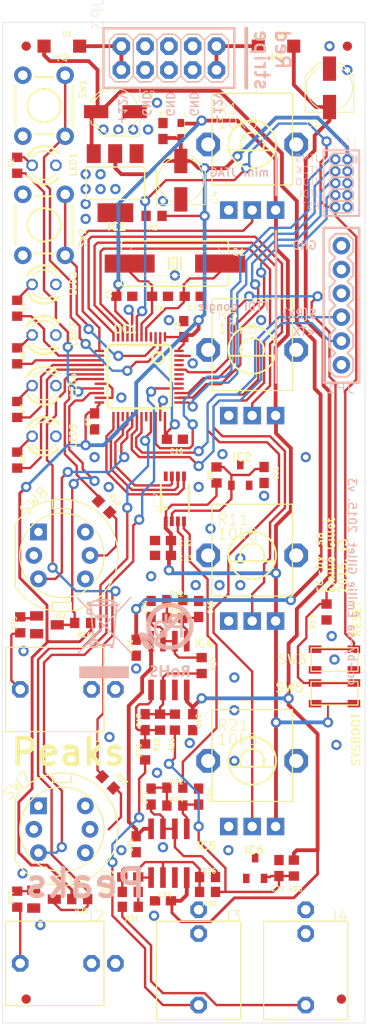
<source format=kicad_pcb>
(kicad_pcb (version 20221018) (generator pcbnew)
  (layers (0 "F.Cu" signal) (31 "B.Cu" signal) (34 "B.Paste" user) (35 "F.Paste" user) (36 "B.SilkS" user "B.Silkscreen") (37 "F.SilkS" user "F.Silkscreen") (38 "B.Mask" user) (39 "F.Mask" user) (44 "Edge.Cuts" user))
  (net 0 "")
  (net 1 "GND")
  (net 2 "+3V3")
  (net 3 "Net-(UC1-PD1-OSC_OUT)")
  (net 4 "Net-(UC1-PD0-OSC_IN)")
  (net 5 "Net-(C14-Pad1)")
  (net 6 "Net-(IC4B--IN)")
  (net 7 "Net-(IC4B-+IN)")
  (net 8 "Net-(IC4A--IN)")
  (net 9 "Net-(IC4A-OUT)")
  (net 10 "Net-(C19-Pad1)")
  (net 11 "Net-(IC5B--IN)")
  (net 12 "Net-(IC5B-+IN)")
  (net 13 "Net-(IC5A--IN)")
  (net 14 "Net-(IC5A-OUT)")
  (net 15 "VCC")
  (net 16 "Net-(D1-PadA)")
  (net 17 "Net-(D2-PadC)")
  (net 18 "VEE")
  (net 19 "/peaks_1/DAC_SS")
  (net 20 "/peaks_1/DAC_SCK")
  (net 21 "+3V3_A")
  (net 22 "/peaks_1/DAC_MOSI")
  (net 23 "Net-(J1-3)")
  (net 24 "Net-(J2-3)")
  (net 26 "Net-(J3-3)")
  (net 28 "Net-(J4-3)")
  (net 31 "/peaks_1/RX")
  (net 32 "/peaks_1/TX")
  (net 33 "AREF_2.5")
  (net 34 "A")
  (net 35 "B")
  (net 37 "/peaks_1/JTMS")
  (net 38 "/peaks_1/JTCK")
  (net 39 "/peaks_1/JTDO")
  (net 41 "/peaks_1/JTDI")
  (net 42 "/peaks_1/RESET")
  (net 43 "Net-(LED1-PadA)")
  (net 44 "Net-(LED2-PadA)")
  (net 45 "Net-(LED3-PadA)")
  (net 46 "Net-(LED4-PadA)")
  (net 47 "Net-(LED5-PadA)")
  (net 48 "AREF_-10")
  (net 49 "Net-(Q2-PadB)")
  (net 50 "/peaks_1/TRIG_2")
  (net 51 "Net-(Q3-PadB)")
  (net 52 "/peaks_1/TRIG_1")
  (net 53 "/peaks_1/POT_1")
  (net 54 "Net-(UC1-PB10{slash}I2C2_SCL{slash}USART3_TX)")
  (net 55 "Net-(UC1-PA4{slash}SPI1_NSS{slash}USART2_CK{slash}ADC12_IN4)")
  (net 56 "/peaks_1/POT_2")
  (net 57 "Net-(UC1-PA5{slash}SPI1_SCK{slash}ADC12_IN5)")
  (net 58 "Net-(UC1-PA6{slash}SPI1_MISO{slash}ADC12_IN6{slash}TIM3_CH1)")
  (net 59 "Net-(UC1-PA7{slash}SPI1_MOSI{slash}ADC12_IN7{slash}TIM3_CH2)")
  (net 60 "Net-(UC1-PB1{slash}ADC12_IN9{slash}TIM3_CH4)")
  (net 61 "/peaks_1/POT_3")
  (net 62 "/peaks_1/BOOT_FLASH")
  (net 63 "/peaks_1/POT_4")
  (net 64 "Net-(UC1-PB0{slash}ADC12_IN8{slash}TIM3_CH3)")
  (net 65 "/peaks_1/SW_MODE")
  (net 66 "/peaks_1/SW_DUAL")
  (net 67 "/peaks_1/SW_TRIG_2")
  (net 68 "/peaks_1/SW_TRIG_1")
  (net 76 "/peaks_1/LED_TRIG_2")
  (net 77 "/peaks_1/LED_TRIG_1")
  (footprint "peaks:R0603" (layer "F.Cu") (at 147.5586 113.2586)
    (fp_text reference "R12")
    (fp_text value "39k")
  )
  (footprint "peaks:C0603" (layer "F.Cu") (at 143.4311 139.2936 -90)
    (fp_text reference "C21")
    (fp_text value "100n")
  )
  (footprint "peaks:SO08" (layer "F.Cu") (at 146.9236 140.2461)
    (fp_text reference "IC5")
    (fp_text value "TL072D")
  )
  (footprint "peaks:C0603" (layer "F.Cu") (at 146.2886 106.9086 180)
    (fp_text reference "C12")
    (fp_text value "100n")
  )
  (footprint "peaks:WQP_PJ_301M6" (layer "F.Cu") (at 135.4936 122.7836 90)
    (fp_text reference "J1")
    (fp_text value "PJ301_THONKICONN6" hide)
  )
  (footprint "peaks:C0603" (layer "F.Cu") (at 144.3836 126.2761 -90)
    (fp_text reference "C17")
    (fp_text value "18p")
  )
  (footprint "peaks:R0603" (layer "F.Cu") (at 150.4161 120.2436 90)
    (fp_text reference "R17")
    (fp_text value "39k")
  )
  (footprint "peaks:LQFP48" (layer "F.Cu") (at 143.7486 89.4461 180)
    (fp_text reference "UC1")
    (fp_text value "STM32F103CB")
  )
  (footprint "peaks:R0603" (layer "F.Cu") (at 137.7161 115.7)
    (fp_text reference "R16")
    (fp_text value "10k")
  )
  (footprint "peaks:R0603" (layer "F.Cu") (at 140 103.3 135)
    (fp_text reference "R10")
    (fp_text value "680")
  )
  (footprint "peaks:R0603" (layer "F.Cu") (at 130.7311 82.1436 -90)
    (fp_text reference "R4")
    (fp_text value "100")
  )
  (footprint "peaks:R0603" (layer "F.Cu") (at 130.7311 145.1475 90)
    (fp_text reference "R27")
    (fp_text value "100k")
  )
  (footprint "peaks:LED3MM" (layer "F.Cu") (at 133.5886 90.3986)
    (fp_text reference "LED4")
    (fp_text value "LED3MM")
  )
  (footprint "peaks:FIDUCIAL-1X2" (layer "F.Cu") (at 165.3386 155.8036)
    (fp_text reference "F4" hide)
    (fp_text value "FIDUCIAL1X2" hide)
  )
  (footprint "peaks:FIDUCIAL-1X2" (layer "F.Cu") (at 165.9736 54.2036)
    (fp_text reference "F2" hide)
    (fp_text value "FIDUCIAL1X2" hide)
  )
  (footprint "peaks:R0603" (layer "F.Cu") (at 142.7961 144.3736 180)
    (fp_text reference "R29")
    (fp_text value "249k")
  )
  (footprint "peaks:C0603" (layer "F.Cu") (at 146.2886 63.2523 90)
    (fp_text reference "C3")
    (fp_text value "100n")
  )
  (footprint "peaks:C0603" (layer "F.Cu") (at 147.5586 96.1136)
    (fp_text reference "C10")
    (fp_text value "100n")
  )
  (footprint "peaks:LED3MM" (layer "F.Cu") (at 133.5886 85.0011)
    (fp_text reference "LED3")
    (fp_text value "LED3MM")
  )
  (footprint "Library:k2-1808 pushbutton switch" (layer "F.Cu") (at 164.6 119.6)
    (fp_text reference "SW3")
    (fp_text value "EVQQ2")
  )
  (footprint "Library:k2-1808 pushbutton switch" (layer "F.Cu") (at 164.6 123.2 180)
    (fp_text reference "SW5")
    (fp_text value "EVQQ2")
  )
  (footprint "peaks:WQP_PJ_301M6" (layer "F.Cu") (at 135.4936 151.9936 90)
    (fp_text reference "J2")
    (fp_text value "PJ301_THONKICONN6" hide)
  )
  (footprint "peaks:R0603" (layer "F.Cu") (at 130.7311 92.9386 -90)
    (fp_text reference "R7")
    (fp_text value "100")
  )
  (footprint "peaks:C0603" (layer "F.Cu") (at 146.2886 145.3261)
    (fp_text reference "C24")
    (fp_text value "100n")
  )
  (footprint "peaks:C0603" (layer "F.Cu") (at 148.5111 84.3661 90)
    (fp_text reference "C8")
    (fp_text value "100n")
  )
  (footprint "peaks:LED3MM" (layer "F.Cu") (at 133.5886 79.6036)
    (fp_text reference "LED2")
    (fp_text value "LED3MM")
  )
  (footprint "peaks:PANASONIC_C" (layer "F.Cu") (at 141.2086 61.1886 180)
    (fp_text reference "C2")
    (fp_text value "22u")
  )
  (footprint "peaks:R0603" (layer "F.Cu") (at 147.5586 126.2761 -90)
    (fp_text reference "R19")
    (fp_text value "309k")
  )
  (footprint "peaks:C0603" (layer "F.Cu") (at 142.7961 142.7861)
    (fp_text reference "C23")
    (fp_text value "18p")
  )
  (footprint "peaks:C0603" (layer "F.Cu") (at 145.0186 134.2136 -90)
    (fp_text reference "C19")
    (fp_text value "220p")
  )
  (footprint "peaks:FIDUCIAL-1X2" (layer "F.Cu") (at 131.6836 54.2036)
    (fp_text reference "F1" hide)
    (fp_text value "FIDUCIAL1X2" hide)
  )
  (footprint "peaks:R0603" (layer "F.Cu") (at 131.0486 115.9 90)
    (fp_text reference "R15")
    (fp_text value "100k")
  )
  (footprint "peaks:LED3MM" (layer "F.Cu") (at 133.5886 66.9036)
    (fp_text reference "LED1")
    (fp_text value "LED3MM")
  )
  (footprint "Library:C&K_D6R" (layer "F.Cu") (at 135.5 137.7)
    (fp_text reference "SW7")
    (fp_text value "SW_Push_LED")
  )
  (footprint "peaks:0603" (layer "F.Cu") (at 148.1936 63.0936 90)
    (fp_text reference "L1")
    (fp_text value "WE-CBF_0603")
  )
  (footprint "peaks:C0603" (layer "F.Cu") (at 149.4636 80.8736 180)
    (fp_text reference "C7")
    (fp_text value "18p")
  )
  (footprint "peaks:C0603" (layer "F.Cu") (at 158.6711 141.8336 90)
    (fp_text reference "C22")
    (fp_text value "470n")
  )
  (footprint "peaks:PANASONIC_C" (layer "F.Cu") (at 164.0686 58.6486 90)
    (fp_text reference "C1")
    (fp_text value "22u")
  )
  (footprint "peaks:DBZ_R-PDSO-G3" (layer "F.Cu") (at 154.5436 99.9236)
    (fp_text reference "IC2")
    (fp_text value "LM4041DBZ")
  )
  (footprint "peaks:R0603" (layer "F.Cu") (at 142.7961 145.9611)
    (fp_text reference "R31")
    (fp_text value "1.0k")
  )
  (footprint "peaks:SOD123" (layer "F.Cu") (at 158.3536 54.2036)
    (fp_text reference "D2")
    (fp_text value "1N5819HW")
  )
  (footprint "peaks:R0603" (layer "F.Cu") (at 137.3986 145.1475 180)
    (fp_text reference "R28")
    (fp_text value "10k")
  )
  (footprint "peaks:C0603" (layer "F.Cu") (at 150.0986 114.2111 90)
    (fp_text reference "C15")
    (fp_text value "220p")
  )
  (footprint "peaks:R0603" (layer "F.Cu") (at 144.3836 129.4511 90)
    (fp_text reference "R20")
    (fp_text value "1.0k")
  )
  (footprint "peaks:TACTILE-PTH" (layer "F.Cu") (at 133.5886 73.2536 90)
    (fp_text reference "SW2")
    (fp_text value "TAC_SWITCHPTH" hide)
  )
  (footprint "peaks:SOT223" (layer "F.Cu") (at 141.2086 68.8086 180)
    (fp_text reference "IC1")
    (fp_text value "REG1117")
  )
  (footprint "peaks:SOD123" (layer "F.Cu") (at 135.4936 54.2036)
    (fp_text reference "D1")
    (fp_text value "1N5819HW")
  )
  (footprint "peaks:C0603" (layer "F.Cu") (at 157.0836 99.9236 -90)
    (fp_text reference "C11")
    (fp_text value "470n")
  )
  (footprint "Library:C&K_D6R" (layer "F.Cu") (at 135.5 108.5)
    (fp_text reference "SW8")
    (fp_text value "SW_Push_LED")
  )
  (footprint "peaks:C0603" (layer "F.Cu") (at 145.9711 80.8736 180)
    (fp_text reference "C6")
    (fp_text value "18p")
  )
  (footprint "peaks:R0603" (layer "F.Cu") (at 147.5586 133.2611)
    (fp_text reference "R22")
    (fp_text value "39k")
  )
  (footprint "peaks:C0603" (layer "F.Cu") (at 149.4636 126.2761 90)
    (fp_text reference "C18")
    (fp_text value "100n")
  )
  (footprint "peaks:MSOP-8" (layer "F.Cu") (at 147.5586 102.4636)
    (fp_text reference "IC3")
    (fp_text value "DAC8552")
  )
  (footprint "peaks:SOT23-BEC" (layer "F.Cu") (at 133.5886 145.1475 -90)
    (fp_text reference "Q3")
    (fp_text value "MMBT3904")
  )
  (footprint "peaks:R0603" (layer "F.Cu") (at 145.9711 126.2761 90)
    (fp_text reference "R18")
    (fp_text value "249k")
  )
  (footprint "peaks:HC49UP" (layer "F.Cu") (at 147.5586 77.3811)
    (fp_text reference "Q1")
    (fp_text value "8MHz")
  )
  (footprint "peaks:ALPS_POT_VERTICAL_PS" (layer "F.Cu") (at 155.8136 130.4036 180)
    (fp_text reference "R21")
    (fp_text value "10kB")
  )
  (footprint "peaks:R0603" (layer "F.Cu") (at 130.7311 66.9036 -90)
    (fp_text reference "R2")
    (fp_text value "100")
  )
  (footprint "peaks:C0603" (layer "F.Cu") (at 145.0186 114.2111 -90)
    (fp_text reference "C14")
    (fp_text value "220p")
  )
  (footprint "peaks:DBZ_R-PDSO-G3" (layer "F.Cu") (at 156.1311 141.8336)
    (fp_text reference "IC6")
    (fp_text value "LM4041DBZ")
  )
  (footprint "peaks:R0603" (layer "F.Cu") (at 151.0511 142.7861)
    (fp_text reference "R26")
    (fp_text value "39k")
  )
  (footprint "peaks:ALPS_POT_VERTICAL_PS" (layer "F.Cu") (at 155.8136 108.4961 180)
    (fp_text reference "R11")
    (fp_text value "10kB")
  )
  (footprint "peaks:C0603" (layer "F.Cu") (at 138.9861 94.2086 -90)
    (fp_text reference "C9")
    (fp_text value "100n")
  )
  (footprint "peaks:LED3MM" (layer "F.Cu") (at 133.5886 95.7961)
    (fp_text reference "LED5")
    (fp_text value "LED3MM")
  )
  (footprint "peaks:R0603" (layer "F.Cu") (at 140.4 132.7 135)
    (fp_text reference "R23")
    (fp_text value "680")
  )
  (footprint "peaks:C0603" (layer "F.Cu") (at 150.0986 134.2136 90)
    (fp_text reference "C20")
    (fp_text value "220p")
  )
  (footprint "peaks:PANASONIC_C" (layer "F.Cu") (at 148.1936 68.4911 90)
    (fp_text reference "C4")
    (fp_text value "22u")
  )
  (footprint "peaks:R0603" (layer "F.Cu") (at 151.0511 144.3736)
    (fp_text reference "R30")
    (fp_text value "309k")
  )
  (footprint "peaks:ALPS_POT_VERTICAL_PS" (layer "F.Cu") (at 155.8136 64.6811 180)
    (fp_text reference "R1")
    (fp_text value "10kB")
  )
  (footprint "peaks:TACTILE-PTH" (layer "F.Cu") (at 133.5886 60.5536 90)
    (fp_text reference "SW1")
    (fp_text value "TAC_SWITCHPTH" hide)
  )
  (footprint "peaks:R0603" (layer "F.Cu") (at 145.3361 72.3011)
    (fp_text reference "R3")
    (fp_text value "10k")
  )
  (footprint "peaks:R0603" (layer "F.Cu") (at 147.5586 135.1661 180)
    (fp_text reference "R24")
    (fp_text value "39k")
  )
  (footprint "peaks:FIDUCIAL-1X2" (layer "F.Cu") (at 131.6836 155.8036)
    (fp_text reference "F3" hide)
    (fp_text value "FIDUCIAL1X2" hide)
  )
  (footprint "peaks:WQP_PJ_301M6" (layer "F.Cu") (at 161.5286 151.9936 180)
    (fp_text reference "J4")
    (fp_text value "PJ301_THONKICONN6" hide)
  )
  (footprint "peaks:R0603" (layer "F.Cu") (at 160.2586 141.8336 -90)
    (fp_text reference "R25")
    (fp_text value "3.3k")
  )
  (footprint "peaks:R0603" (layer "F.Cu") (at 147.5586 115.1636 180)
    (fp_text reference "R14")
    (fp_text value "39k")
  )
  (footprint "peaks:R0603" (layer "F.Cu") (at 130.7311 87.2236 -90)
    (fp_text reference "R6")
    (fp_text value "100")
  )
  (footprint "peaks:C0603" (layer "F.Cu") (at 146.2886 108.4961 180)
    (fp_text reference "C13")
    (fp_text value "3.3u")
  )
  (footprint "peaks:C0603" (layer "F.Cu") (at 142.1611 80.8736)
    (fp_text reference "C5")
    (fp_text value "100n")
  )
  (footprint "peaks:C0603" (layer "F.Cu") (at 143.4311 118.3386 -90)
    (fp_text reference "C16")
    (fp_text value "100n")
  )
  (footprint "peaks:WQP_PJ_301M6" (layer "F.Cu") (at 150.0986 151.9936 180)
    (fp_text reference "J3")
    (fp_text value "PJ301_THONKICONN6" hide)
  )
  (footprint "peaks:SOT23-BEC" (layer "F.Cu") (at 133.9 115.9 -90)
    (fp_text reference "Q2")
    (fp_text value "MMBT3904")
  )
  (footprint "peaks:R0603" (layer "F.Cu") (at 130.7311 98.3361 -90)
    (fp_text reference "R8")
    (fp_text value "100")
  )
  (footprint "peaks:R0603" (layer "F.Cu") (at 163.7511 114.5286 90)
    (fp_text reference "R13")
    (fp_text value "10k")
  )
  (footprint "peaks:SO08" (layer "F.Cu") (at 146.9236 120.2436)
    (fp_text reference "IC4")
    (fp_text value "TL072D")
  )
  (footprint "peaks:R0603" (layer "F.Cu") (at 152.0036 99.9236 90)
    (fp_text reference "R9")
    (fp_text value "3.3k")
  )
  (footprint "peaks:ALPS_POT_VERTICAL_PS" (layer "F.Cu") (at 155.8136 86.5886 180)
    (fp_text reference "R5")
    (fp_text value "10kB")
  )
  (footprint "peaks:ROHS" (layer "B.Cu") (at 150.4161 122.1486 180)
    (fp_text reference "U$2" hide)
    (fp_text value "" hide)
  )
  (footprint "peaks:2X5-1.27" (layer "B.Cu") (at 164.7036 70.0786 180)
    (fp_text reference "JP2")
    (fp_text value "M05X2MINIJTAG" hide)
  )
  (footprint "peaks:1X06" (layer "B.Cu") (at 165.3386 75.4761 -90)
    (fp_text reference "JP1")
    (fp_text value "M06SIP")
  )
  (footprint "peaks:AVR_ICSP" (layer "B.Cu") (at 146.9236 55.4736 -90)
    (fp_text reference "JP3")
    (fp_text value "M05X2PTH" hide)
  )
  (gr_line (start 153.9086 58.6486) (end 153.9086 52.2986) (stroke (width 0.254)) (layer "B.SilkS"))
  (gr_line (start 163.4336 90.0811) (end 167.2436 90.0811) (stroke (width 0.254)) (layer "B.SilkS"))
  (gr_line (start 163.4336 65.3161) (end 163.4336 72.3011) (stroke (width 0.2032)) (layer "B.SilkS"))
  (gr_line (start 163.4336 73.5711) (end 163.4336 90.0811) (stroke (width 0.254)) (layer "B.SilkS"))
  (gr_line (start 139.9386 52.2986) (end 139.9386 58.6486) (stroke (width 0.254)) (layer "B.SilkS"))
  (gr_line (start 158.3536 70.0786) (end 158.3536 65.6336) (stroke (width 0.254)) (layer "B.SilkS"))
  (gr_line (start 167.2436 72.3011) (end 167.2436 65.3161) (stroke (width 0.2032)) (layer "B.SilkS"))
  (gr_line (start 163.4336 72.3011) (end 167.2436 72.3011) (stroke (width 0.2032)) (layer "B.SilkS"))
  (gr_line (start 167.2436 73.5711) (end 163.4336 73.5711) (stroke (width 0.254)) (layer "B.SilkS"))
  (gr_line (start 139.9386 58.6486) (end 153.9086 58.6486) (stroke (width 0.254)) (layer "B.SilkS"))
  (gr_line (start 155.1786 52.2986) (end 155.1786 58.6486) (stroke (width 0.4064)) (layer "B.SilkS"))
  (gr_line (start 167.2436 90.0811) (end 167.2436 73.5711) (stroke (width 0.254)) (layer "B.SilkS"))
  (gr_line (start 167.2436 65.3161) (end 163.4336 65.3161) (stroke (width 0.2032)) (layer "B.SilkS"))
  (gr_line (start 153.9086 52.2986) (end 139.9386 52.2986) (stroke (width 0.254)) (layer "B.SilkS"))
  (gr_line (start 158.3536 90.0811) (end 158.3536 73.8886) (stroke (width 0.254)) (layer "B.SilkS"))
  (gr_line (start 167.8586 158.3436) (end 167.8586 51.6636) (stroke (width 0.05)) (layer "Edge.Cuts"))
  (gr_line (start 167.8586 51.6636) (end 129.1436 51.6636) (stroke (width 0.05)) (layer "Edge.Cuts"))
  (gr_line (start 129.1436 51.6636) (end 129.1436 158.3436) (stroke (width 0.05)) (layer "Edge.Cuts"))
  (gr_line (start 129.1436 158.3436) (end 167.8586 158.3436) (stroke (width 0.05)) (layer "Edge.Cuts"))
  (gr_text "GND" (at 150.0986 58.9661 -90) (layer "B.SilkS") (effects (font (size 0.8636 0.8636) (thickness 0.1524)) (justify right top mirror)))
  (gr_text "JTDO" (at 163.1161 69.1261) (layer "B.SilkS") (effects (font (size 0.747776 0.747776) (thickness 0.065024)) (justify left bottom mirror)))
  (gr_text "<TX" (at 162.7986 85.1599) (layer "B.SilkS") (effects (font (size 0.8636 0.8636) (thickness 0.1524)) (justify left bottom mirror)))
  (gr_text "stripe" (at 157.7186 52.2986 -90) (layer "B.SilkS") (effects (font (size 1.5113 1.5113) (thickness 0.2667)) (justify right top mirror)))
  (gr_text "+12V" (at 142.4786 58.9661 -90) (layer "B.SilkS") (effects (font (size 0.8636 0.8636) (thickness 0.1524)) (justify right top mirror)))
  (gr_text "Red" (at 159.9411 52.2986 -90) (layer "B.SilkS") (effects (font (size 1.5113 1.5113) (thickness 0.2667)) (justify right top mirror)))
  (gr_text "GND" (at 162.7986 75.9524) (layer "B.SilkS") (effects (font (size 0.8636 0.8636) (thickness 0.1524)) (justify left bottom mirror)))
  (gr_text "JTCK" (at 163.1161 67.8561) (layer "B.SilkS") (effects (font (size 0.747776 0.747776) (thickness 0.065024)) (justify left bottom mirror)))
  (gr_text "-12V" (at 152.6386 58.9661 -90) (layer "B.SilkS") (effects (font (size 0.8636 0.8636) (thickness 0.1524)) (justify right top mirror)))
  (gr_text "mini JTAG" (at 157.7186 68.1736) (layer "B.SilkS") (effects (font (size 0.8636 0.8636) (thickness 0.1524)) (justify left bottom mirror)))
  (gr_text "${RX}" (at 162.7986 83.2549) (layer "B.SilkS") (effects (font (size 0.8636 0.8636) (thickness 0.1524)) (justify left bottom mirror)))
  (gr_text "cc-by-sa Émilie Gillet, 2015. v3" (at 165.9736 122.4661 -90) (layer "B.SilkS") (effects (font (size 0.8636 0.8636) (thickness 0.1524)) (justify left bottom mirror)))
  (gr_text "JTDI" (at 163.1161 70.3961) (layer "B.SilkS") (effects (font (size 0.747776 0.747776) (thickness 0.065024)) (justify left bottom mirror)))
  (gr_text "RST" (at 163.1161 71.6661) (layer "B.SilkS") (effects (font (size 0.747776 0.747776) (thickness 0.065024)) (justify left bottom mirror)))
  (gr_text "GND" (at 147.5586 58.9661 -90) (layer "B.SilkS") (effects (font (size 0.8636 0.8636) (thickness 0.1524)) (justify right top mirror)))
  (gr_text "JTMS" (at 163.1161 66.5861) (layer "B.SilkS") (effects (font (size 0.747776 0.747776) (thickness 0.065024)) (justify left bottom mirror)))
  (gr_text "GND" (at 145.0186 58.9661 -90) (layer "B.SilkS") (effects (font (size 0.8636 0.8636) (thickness 0.1524)) (justify right top mirror)))
  (gr_text "FTDI dongle" (at 157.7186 82.4611) (layer "B.SilkS") (effects (font (size 0.8636 0.8636) (thickness 0.1524)) (justify left bottom mirror)))
  (gr_text "Peaks" (at 144.7011 145.1673) (layer "B.SilkS") (effects (font (size 2.91465 2.91465) (thickness 0.51435)) (justify left bottom mirror)))
  (gr_text "RESET" (at 167.5 117.3 90) (layer "F.SilkS") (effects (font (size 0.8636 0.8636) (thickness 0.1524)) (justify left bottom)))
  (gr_text "cc-by-sa" (at 163.4336 112.6236 90) (layer "F.SilkS") (effects (font (size 0.8636 0.8636) (thickness 0.1524)) (justify left bottom)))
  (gr_text "Peaks" (at 129.8 131.1) (layer "F.SilkS") (effects (font (size 2.76352 2.76352) (thickness 0.48768)) (justify left bottom)))
  (gr_text "2015. v3" (at 165.9736 112.6236 90) (layer "F.SilkS") (effects (font (size 0.8636 0.8636) (thickness 0.1524)) (justify left bottom)))
  (gr_text "Émilie Gillet" (at 164.7036 112.6236 90) (layer "F.SilkS") (effects (font (size 0.8636 0.8636) (thickness 0.1524)) (justify left bottom)))
  (gr_text "SYSBOOT" (at 167.4 131.1 90) (layer "F.SilkS") (effects (font (size 0.8636 0.8636) (thickness 0.1524)) (justify left bottom)))
  (segment (start 140.8911 91.6686) (end 140.8636 91.6961) (width 0.254) (layer "F.Cu") (net 1))
  (segment (start 140.3711 90.1961) (end 140.8911 90.7161) (width 0.254) (layer "F.Cu") (net 1))
  (segment (start 139.4986 90.1961) (end 140.3711 90.1961) (width 0.254) (layer "F.Cu") (net 1))
  (segment (start 140.8636 91.6961) (end 139.4986 91.6961) (width 0.254) (layer "F.Cu") (net 1))
  (segment (start 145.9986 92.2761) (end 146.2886 91.9861) (width 0.254) (layer "F.Cu") (net 1))
  (segment (start 142.9986 85.1961) (end 142.9986 82.6635) (width 0.254) (layer "F.Cu") (net 1))
  (segment (start 148.0261 87.2236) (end 149.1461 87.2236) (width 0.254) (layer "F.Cu") (net 1))
  (segment (start 140.8911 90.7161) (end 140.8911 91.6686) (width 0.254) (layer "F.Cu") (net 1))
  (segment (start 147.9986 87.1961) (end 148.0261 87.2236) (width 0.254) (layer "F.Cu") (net 1))
  (segment (start 145.9986 93.6961) (end 145.9986 92.2761) (width 0.254) (layer "F.Cu") (net 1))
  (segment (start 142.9986 82.6635) (end 142.6374 82.3023) (width 0.254) (layer "F.Cu") (net 1))
  (via (at 131.4 118.7) (size 1.108) (drill 0.6) (layers "F.Cu" "B.Cu") (net 1))
  (via (at 140.5 101.2) (size 1.108) (drill 0.6) (layers "F.Cu" "B.Cu") (net 1))
  (via (at 141.8436 139.9286) (size 1.108) (drill 0.6) (layers "F.Cu" "B.Cu") (net 1))
  (via (at 139.9386 63.0936) (size 1.108) (drill 0.6) (layers "F.Cu" "B.Cu") (net 1))
  (via (at 145.6536 131.6736) (size 1.108) (drill 0.6) (layers "F.Cu" "B.Cu") (net 1))
  (via (at 138.0336 71.0311) (size 1.108) (drill 0.6) (layers "F.Cu" "B.Cu") (net 1))
  (via (at 150.0986 101.1936) (size 1.108) (drill 0.6) (layers "F.Cu" "B.Cu") (net 1))
  (via (at 146.2886 70.7136) (size 1.108) (drill 0.6) (layers "F.Cu" "B.Cu") (net 1))
  (via (at 147.5586 78.6511) (size 1.108) (drill 0.6) (layers "F.Cu" "B.Cu") (net 1))
  (via (at 139.6211 69.4436) (size 1.108) (drill 0.6) (layers "F.Cu" "B.Cu") (net 1))
  (via (at 164.8 128.7) (size 1.108) (drill 0.6) (layers "F.Cu" "B.Cu") (net 1))
  (via (at 145.6536 60.2361) (size 1.108) (drill 0.6) (layers "F.Cu" "B.Cu") (net 1))
  (via (at 153.9086 130.4036) (size 1.108) (drill 0.6) (layers "F.Cu" "B.Cu") (net 1))
  (via (at 138.9861 98.0186) (size 1.108) (drill 0.6) (layers "F.Cu" "B.Cu") (net 1))
  (via (at 151.3686 105.6386) (size 1.108) (drill 0.6) (layers "F.Cu" "B.Cu") (net 1))
  (via (at 144.7011 63.0936) (size 1.108) (drill 0.6) (layers "F.Cu" "B.Cu") (net 1))
  (via (at 152.3211 111.6711) (size 1.108) (drill 0.6) (layers "F.Cu" "B.Cu") (net 1))
  (via (at 153.2736 139.9286) (size 1.108) (drill 0.6) (layers "F.Cu" "B.Cu") (net 1))
  (via (at 133.2 147.9) (size 1.108) (drill 0.6) (layers "F.Cu" "B.Cu") (net 1))
  (via (at 141.5261 63.0936) (size 1.108) (drill 0.6) (layers "F.Cu" "B.Cu") (net 1))
  (via (at 140.5736 127.8636) (size 1.108) (drill 0.6) (layers "F.Cu" "B.Cu") (net 1))
  (via (at 153.9086 121.5136) (size 1.108) (drill 0.6) (layers "F.Cu" "B.Cu") (net 1))
  (via (at 152.6386 97.7011) (size 1.108) (drill 0.6) (layers "F.Cu" "B.Cu") (net 1))
  (via (at 164.3 117.1) (size 1.108) (drill 0.6) (layers "F.Cu" "B.Cu") (net 1))
  (via (at 142.6374 82.3023) (size 1.108) (drill 0.6) (layers "F.Cu" "B.Cu") (net 1))
  (via (at 143.1136 63.0936) (size 1.108) (drill 0.6) (layers "F.Cu" "B.Cu") (net 1))
  (via (at 145.0186 110.7186) (size 1.108) (drill 0.6) (layers "F.Cu" "B.Cu") (net 1))
  (via (at 164.6 119.6) (size 1.108) (drill 0.6) (layers "F.Cu" "B.Cu") (net 1))
  (via (at 145.3361 146.9136) (size 1.108) (drill 0.6) (layers "F.Cu" "B.Cu") (net 1))
  (via (at 165.9736 56.7436) (size 1.108) (drill 0.6) (layers "F.Cu" "B.Cu") (net 1))
  (via (at 146.2886 91.9861) (size 1.108) (drill 0.6) (layers "F.Cu" "B.Cu") (net 1))
  (via (at 141.8436 91.6686) (size 1.108) (drill 0.6) (layers "F.Cu" "B.Cu") (net 1))
  (via (at 141.2086 69.4436) (size 1.108) (drill 0.6) (layers "F.Cu" "B.Cu") (net 1))
  (via (at 149.1461 128.4986) (size 1.108) (drill 0.6) (layers "F.Cu" "B.Cu") (net 1))
  (via (at 143.4311 120.5611) (size 1.108) (drill 0.6) (layers "F.Cu" "B.Cu") (net 1))
  (via (at 131.3 142.4) (size 1.108) (drill 0.6) (layers "F.Cu" "B.Cu") (net 1))
  (via (at 138.0336 72.6186) (size 1.108) (drill 0.6) (layers "F.Cu" "B.Cu") (net 1))
  (via (at 154.5436 111.6711) (size 1.108) (drill 0.6) (layers "F.Cu" "B.Cu") (net 1))
  (via (at 154.5436 108.8136) (size 1.108) (drill 0.6) (layers "F.Cu" "B.Cu") (net 1))
  (via (at 149.7811 111.6711) (size 1.108) (drill 0.6) (layers "F.Cu" "B.Cu") (net 1))
  (via (at 153.9086 125.0061) (size 1.108) (drill 0.6) (layers "F.Cu" "B.Cu") (net 1))
  (via (at 149.4636 88.0173) (size 1.108) (drill 0.6) (layers "F.Cu" "B.Cu") (net 1))
  (via (at 146.2886 139.6111) (size 1.108) (drill 0.6) (layers "F.Cu" "B.Cu") (net 1))
  (via (at 161.5286 98.0186) (size 1.108) (drill 0.6) (layers "F.Cu" "B.Cu") (net 1))
  (via (at 157.0836 102.1461) (size 1.108) (drill 0.6) (layers "F.Cu" "B.Cu") (net 1))
  (via (at 156.7661 83.4136) (size 1.108) (drill 0.6) (layers "F.Cu" "B.Cu") (net 1))
  (via (at 164.0686 54.2036) (size 1.108) (drill 0.6) (layers "F.Cu" "B.Cu") (net 1))
  (via (at 138.0336 67.8561) (size 1.108) (drill 0.6) (layers "F.Cu" "B.Cu") (net 1))
  (via (at 146.9236 83.4136) (size 1.108) (drill 0.6) (layers "F.Cu" "B.Cu") (net 1))
  (via (at 138.0336 69.4436) (size 1.108) (drill 0.6) (layers "F.Cu" "B.Cu") (net 1))
  (via (at 139.6211 67.8561) (size 1.108) (drill 0.6) (layers "F.Cu" "B.Cu") (net 1))
  (segment (start 131 110.9) (end 131 101.8772) (width 0.3048) (layer "F.Cu") (net 2))
  (segment (start 139.0886 93.2561) (end 139.3036 93.2561) (width 0.254) (layer "F.Cu") (net 2))
  (segment (start 150.7336 67.2211) (end 150.0986 67.2211) (width 0.4064) (layer "F.Cu") (net 2))
  (segment (start 149.3186 66.4411) (end 148.1936 66.4411) (width 0.4064) (layer "F.Cu") (net 2))
  (segment (start 146.3973 63.9936) (end 146.2886 64.1023) (width 0.4064) (layer "F.Cu") (net 2))
  (segment (start 149.4636 85.0011) (end 148.7261 85.0011) (width 0.4064) (layer "F.Cu") (net 2))
  (segment (start 148.5111 85.2161) (end 148.5111 85.9536) (width 0.254) (layer "F.Cu") (net 2))
  (segment (start 144.7011 67.8561) (end 141.8436 67.8561) (width 0.4064) (layer "F.Cu") (net 2))
  (segment (start 141.2086 65.6844) (end 141.1832 65.659) (width 0.4064) (layer "F.Cu") (net 2))
  (segment (start 133.9061 117.0686) (end 133.9061 113.8061) (width 0.3048) (layer "F.Cu") (net 2))
  (segment (start 139.0886 93.2561) (end 138.9861 93.3586) (width 0.254) (layer "F.Cu") (net 2))
  (segment (start 148.5111 85.2161) (end 146.5186 85.2161) (width 0.254) (layer "F.Cu") (net 2))
  (segment (start 133.9061 141.5161) (end 132.2161 141.5161) (width 0.3048) (layer "F.Cu") (net 2))
  (segment (start 146.4986 95.9036) (end 146.4986 93.6961) (width 0.254) (layer "F.Cu") (net 2))
  (segment (start 150.7336 72.3011) (end 146.1861 72.3011) (width 0.254) (layer "F.Cu") (net 2))
  (segment (start 138.0336 96.7486) (end 138.0336 93.5736) (width 0.254) (layer "F.Cu") (net 2))
  (segment (start 148.1936 66.4411) (end 146.1161 66.4411) (width 0.4064) (layer "F.Cu") (net 2))
  (segment (start 152.9561 67.2211) (end 154.2261 65.9511) (width 0.4064) (layer "F.Cu") (net 2))
  (segment (start 136.5486 144.1586) (end 133.9061 141.5161) (width 0.3048) (layer "F.Cu") (net 2))
  (segment (start 138.6686 115.5836) (end 138.5661 115.4811) (width 0.3048) (layer "F.Cu") (net 2))
  (segment (start 147.9986 86.4661) (end 147.9986 86.6961) (width 0.254) (layer "F.Cu") (net 2))
  (segment (start 134.1 117.7) (end 137.4022 117.7) (width 0.3048) (layer "F.Cu") (net 2))
  (segment (start 146.7086 95.3761) (end 146.7086 96.1136) (width 0.254) (layer "F.Cu") (net 2))
  (segment (start 132.3186 119.3814) (end 133.9061 117.7939) (width 0.3048) (layer "F.Cu") (net 2))
  (segment (start 148.5111 85.9536) (end 147.9986 86.4661) (width 0.254) (layer "F.Cu") (net 2))
  (segment (start 139.4986 92.4261) (end 139.4986 92.1961) (width 0.254) (layer "F.Cu") (net 2))
  (segment (start 132.2161 141.5161) (end 130.9 140.2) (width 0.3048) (layer "F.Cu") (net 2))
  (segment (start 131 101.8772) (end 131.6836 101.1936) (width 0.3048) (layer "F.Cu") (net 2))
  (segment (start 133.9061 117.0686) (end 133.9061 117.5061) (width 0.3048) (layer "F.Cu") (net 2))
  (segment (start 139.3036 93.2561) (end 139.3036 92.6211) (width 0.254) (layer "F.Cu") (net 2))
  (segment (start 148.7261 85.0011) (end 148.5111 85.2161) (width 0.4064) (layer "F.Cu") (net 2))
  (segment (start 141.8436 67.8561) (end 141.2086 67.2211) (width 0.4064) (layer "F.Cu") (net 2))
  (segment (start 132.3186 133.3702) (end 132.3186 119.3814) (width 0.3048) (layer "F.Cu") (net 2))
  (segment (start 147.5586 94.5261) (end 146.7086 95.3761) (width 0.254) (layer "F.Cu") (net 2))
  (segment (start 150.0986 84.3661) (end 149.4636 85.0011) (width 0.4064) (layer "F.Cu") (net 2))
  (segment (start 136.5486 145.1475) (end 136.5486 144.1586) (width 0.3048) (layer "F.Cu") (net 2))
  (segment (start 146.7086 96.1136) (end 146.4986 95.9036) (width 0.254) (layer "F.Cu") (net 2))
  (segment (start 130.9 140.2) (end 130.9 134.7888) (width 0.3048) (layer "F.Cu") (net 2))
  (segment (start 148.1936 66.4411) (end 148.1936 63.9936) (width 0.4064) (layer "F.Cu") (net 2))
  (segment (start 146.5186 85.2161) (end 146.4986 85.1961) (width 0.254) (layer "F.Cu") (net 2))
  (segment (start 150.7336 67.2211) (end 152.9561 67.2211) (width 0.4064) (layer "F.Cu") (net 2))
  (segment (start 138.6686 116.4336) (end 138.6686 115.5836) (width 0.3048) (layer "F.Cu") (net 2))
  (segment (start 148.1936 63.9936) (end 146.3973 63.9936) (width 0.4064) (layer "F.Cu") (net 2))
  (segment (start 139.3036 92.6211) (end 139.4986 92.4261) (width 0.254) (layer "F.Cu") (net 2))
  (segment (start 138.3511 93.2561) (end 139.0886 93.2561) (width 0.254) (layer "F.Cu") (net 2))
  (segment (start 150.0986 67.2211) (end 149.3186 66.4411) (width 0.4064) (layer "F.Cu") (net 2))
  (segment (start 141.2086 67.2211) (end 141.2086 65.6844) (width 0.4064) (layer "F.Cu") (net 2))
  (segment (start 137.4022 117.7) (end 138.6686 116.4336) (width 0.3048) (layer "F.Cu") (net 2))
  (segment (start 146.1161 66.4411) (end 144.7011 67.8561) (width 0.4064) (layer "F.Cu") (net 2))
  (segment (start 133.9061 117.5061) (end 134.1 117.7) (width 0.3048) (layer "F.Cu") (net 2))
  (segment (start 133.9061 117.7939) (end 133.9061 117.0686) (width 0.3048) (layer "F.Cu") (net 2))
  (segment (start 133.9061 113.8061) (end 131 110.9) (width 0.3048) (layer "F.Cu") (net 2))
  (segment (start 138.0336 93.5736) (end 138.3511 93.2561) (width 0.254) (layer "F.Cu") (net 2))
  (segment (start 150.0986 83.4136) (end 150.0986 84.3661) (width 0.4064) (layer "F.Cu") (net 2))
  (segment (start 130.9 134.7888) (end 132.3186 133.3702) (width 0.3048) (layer "F.Cu") (net 2))
  (via (at 147.5586 94.5261) (size 1.108) (drill 0.6) (layers "F.Cu" "B.Cu") (net 2))
  (via (at 138.0336 96.7486) (size 1.108) (drill 0.6) (layers "F.Cu" "B.Cu") (net 2))
  (via (at 150.7336 67.2211) (size 1.108) (drill 0.6) (layers "F.Cu" "B.Cu") (net 2))
  (via (at 154.2261 65.9511) (size 1.108) (drill 0.6) (layers "F.Cu" "B.Cu") (net 2))
  (via (at 150.0986 83.4136) (size 1.108) (drill 0.6) (layers "F.Cu" "B.Cu") (net 2))
  (via (at 131.6836 101.1936) (size 1.108) (drill 0.6) (layers "F.Cu" "B.Cu") (net 2))
  (via (at 150.7336 72.3011) (size 1.108) (drill 0.6) (layers "F.Cu" "B.Cu") (net 2))
  (segment (start 143.4311 90.0811) (end 145.1774 88.3348) (width 0.4064) (layer "B.Cu") (net 2))
  (segment (start 162.7986 61.8236) (end 165.9736 64.9986) (width 0.4064) (layer "B.Cu") (net 2))
  (segment (start 145.1774 88.3348) (end 145.4948 88.3348) (width 0.254) (layer "B.Cu") (net 2))
  (segment (start 145.1774 88.3348) (end 150.0986 83.4136) (width 0.4064) (layer "B.Cu") (net 2))
  (segment (start 150.7336 82.7786) (end 150.7336 72.3011) (width 0.4064) (layer "B.Cu") (net 2))
  (segment (start 154.2261 65.9511) (end 158.3536 61.8236) (width 0.4064) (layer "B.Cu") (net 2))
  (segment (start 131.6836 101.1936) (end 136.1286 96.7486) (width 0.3048) (layer "B.Cu") (net 2))
  (segment (start 150.7336 72.3011) (end 150.7336 67.2211) (width 0.4064) (layer "B.Cu") (net 2))
  (segment (start 147.2411 94.2086) (end 147.5586 94.5261) (width 0.254) (layer "B.Cu") (net 2))
  (segment (start 139.9386 96.7486) (end 143.4311 93.2561) (width 0.4064) (layer "B.Cu") (net 2))
  (segment (start 136.1286 96.7486) (end 138.0336 96.7486) (width 0.3048) (layer "B.Cu") (net 2))
  (segment (start 158.3536 61.8236) (end 162.7986 61.8236) (width 0.4064) (layer "B.Cu") (net 2))
  (segment (start 145.4948 88.3348) (end 147.2411 90.0811) (width 0.254) (layer "B.Cu") (net 2))
  (segment (start 147.2411 90.0811) (end 147.2411 94.2086) (width 0.254) (layer "B.Cu") (net 2))
  (segment (start 150.0986 83.4136) (end 150.7336 82.7786) (width 0.4064) (layer "B.Cu") (net 2))
  (segment (start 143.4311 93.2561) (end 143.4311 90.0811) (width 0.4064) (layer "B.Cu") (net 2))
  (segment (start 165.9736 64.9986) (end 165.9736 66.2686) (width 0.4064) (layer "B.Cu") (net 2))
  (segment (start 138.0336 96.7486) (end 139.9386 96.7486) (width 0.4064) (layer "B.Cu") (net 2))
  (segment (start 145.1211 82.6761) (end 145.1211 80.8736) (width 0.254) (layer "F.Cu") (net 3))
  (segment (start 145.1211 80.8736) (end 145.1211 79.7061) (width 0.254) (layer "F.Cu") (net 3))
  (segment (start 143.9986 83.7986) (end 145.1211 82.6761) (width 0.254) (layer "F.Cu") (net 3))
  (segment (start 143.9986 85.1961) (end 143.9986 83.7986) (width 0.254) (layer "F.Cu") (net 3))
  (segment (start 142.7961 78.3336) (end 142.7961 77.4446) (width 0.254) (layer "F.Cu") (net 3))
  (segment (start 142.7961 77.4446) (end 142.7326 77.3811) (width 0.254) (layer "F.Cu") (net 3))
  (segment (start 145.1211 79.7061) (end 144.7011 79.2861) (width 0.254) (layer "F.Cu") (net 3))
  (segment (start 144.7011 79.2861) (end 143.7486 79.2861) (width 0.254) (layer "F.Cu") (net 3))
  (segment (start 143.7486 79.2861) (end 142.7961 78.3336) (width 0.254) (layer "F.Cu") (net 3))
  (segment (start 149.1461 78.9686) (end 151.6861 78.9686) (width 0.254) (layer "F.Cu") (net 4))
  (segment (start 148.6136 80.8736) (end 148.5111 80.7711) (width 0.254) (layer "F.Cu") (net 4))
  (segment (start 148.5111 80.9761) (end 148.6136 80.8736) (width 0.254) (layer "F.Cu") (net 4))
  (segment (start 148.5111 79.6036) (end 149.1461 78.9686) (width 0.254) (layer "F.Cu") (net 4))
  (segment (start 144.4986 84.2511) (end 146.6061 82.1436) (width 0.254) (layer "F.Cu") (net 4))
  (segment (start 147.8761 82.1436) (end 148.5111 81.5086) (width 0.254) (layer "F.Cu") (net 4))
  (segment (start 148.5111 81.5086) (end 148.5111 80.9761) (width 0.254) (layer "F.Cu") (net 4))
  (segment (start 148.5111 80.7711) (end 148.5111 79.6036) (width 0.254) (layer "F.Cu") (net 4))
  (segment (start 152.3846 78.2701) (end 152.3846 77.3811) (width 0.254) (layer "F.Cu") (net 4))
  (segment (start 144.4986 85.1961) (end 144.4986 84.2511) (width 0.254) (layer "F.Cu") (net 4))
  (segment (start 146.6061 82.1436) (end 147.8761 82.1436) (width 0.254) (layer "F.Cu") (net 4))
  (segment (start 151.6861 78.9686) (end 152.3846 78.2701) (width 0.254) (layer "F.Cu") (net 4))
  (segment (start 145.1211 113.2586) (end 146.7086 113.2586) (width 0.254) (layer "F.Cu") (net 5))
  (segment (start 146.7086 113.2586) (end 146.7086 115.1636) (width 0.254) (layer "F.Cu") (net 5))
  (segment (start 145.0186 113.3611) (end 145.1211 113.2586) (width 0.254) (layer "F.Cu") (net 5))
  (segment (start 147.5586 118.9736) (end 147.9786 119.3936) (width 0.254) (layer "F.Cu") (net 6))
  (segment (start 146.2886 117.6436) (end 147.5586 117.6436) (width 0.254) (layer "F.Cu") (net 6))
  (segment (start 146.2886 116.4336) (end 145.9711 116.1161) (width 0.254) (layer "F.Cu") (net 6))
  (segment (start 145.3361 116.1161) (end 145.0186 115.7986) (width 0.254) (layer "F.Cu") (net 6))
  (segment (start 147.5586 117.6436) (end 147.5586 118.9736) (width 0.254) (layer "F.Cu") (net 6))
  (segment (start 147.9786 119.3936) (end 150.4161 119.3936) (width 0.254) (layer "F.Cu") (net 6))
  (segment (start 145.9711 116.1161) (end 145.3361 116.1161) (width 0.254) (layer "F.Cu") (net 6))
  (segment (start 145.0186 115.7986) (end 145.0186 115.0611) (width 0.254) (layer "F.Cu") (net 6))
  (segment (start 146.2886 117.6436) (end 146.2886 116.4336) (width 0.254) (layer "F.Cu") (net 6))
  (segment (start 148.8286 116.4336) (end 148.4086 116.0136) (width 0.254) (layer "F.Cu") (net 7))
  (segment (start 149.9961 115.1636) (end 150.0986 115.0611) (width 0.254) (layer "F.Cu") (net 7))
  (segment (start 148.4086 116.0136) (end 148.4086 115.1636) (width 0.254) (layer "F.Cu") (net 7))
  (segment (start 148.8286 117.6436) (end 148.8286 116.4336) (width 0.254) (layer "F.Cu") (net 7))
  (segment (start 148.4086 115.1636) (end 149.9961 115.1636) (width 0.254) (layer "F.Cu") (net 7))
  (segment (start 145.9711 125.4261) (end 147.5586 125.4261) (width 0.254) (layer "F.Cu") (net 8))
  (segment (start 146.2886 121.5136) (end 146.7086 121.0936) (width 0.254) (layer "F.Cu") (net 8))
  (segment (start 146.2886 124.3711) (end 146.2886 122.8436) (width 0.254) (layer "F.Cu") (net 8))
  (segment (start 146.2886 122.8436) (end 146.2886 121.5136) (width 0.254) (layer "F.Cu") (net 8))
  (segment (start 145.9711 125.4261) (end 145.9711 124.6886) (width 0.254) (layer "F.Cu") (net 8))
  (segment (start 144.3836 125.4261) (end 145.9711 125.4261) (width 0.254) (layer "F.Cu") (net 8))
  (segment (start 146.7086 121.0936) (end 150.4161 121.0936) (width 0.254) (layer "F.Cu") (net 8))
  (segment (start 145.9711 124.6886) (end 146.2886 124.3711) (width 0.254) (layer "F.Cu") (net 8))
  (segment (start 145.0186 124.0536) (end 145.0186 122.8436) (width 0.254) (layer "F.Cu") (net 9))
  (segment (start 144.3836 128.6011) (end 144.3836 127.1261) (width 0.254) (layer "F.Cu") (net 9))
  (segment (start 143.7486 124.3711) (end 144.7011 124.3711) (width 0.254) (layer "F.Cu") (net 9))
  (segment (start 144.7011 124.3711) (end 145.0186 124.0536) (width 0.254) (layer "F.Cu") (net 9))
  (segment (start 144.3836 127.1261) (end 143.6461 127.1261) (width 0.254) (layer "F.Cu") (net 9))
  (segment (start 143.6461 127.1261) (end 143.4311 126.9111) (width 0.254) (layer "F.Cu") (net 9))
  (segment (start 144.3836 127.1261) (end 145.9711 127.1261) (width 0.254) (layer "F.Cu") (net 9))
  (segment (start 143.4311 124.6886) (end 143.7486 124.3711) (width 0.254) (layer "F.Cu") (net 9))
  (segment (start 143.4311 126.9111) (end 143.4311 124.6886) (width 0.254) (layer "F.Cu") (net 9))
  (segment (start 145.1211 133.2611) (end 146.7086 133.2611) (width 0.254) (layer "F.Cu") (net 10))
  (segment (start 145.0186 133.3636) (end 145.1211 133.2611) (width 0.254) (layer "F.Cu") (net 10))
  (segment (start 146.7086 133.2611) (end 146.7086 135.1661) (width 0.254) (layer "F.Cu") (net 10))
  (segment (start 147.5586 137.6461) (end 146.2886 137.6461) (width 0.254) (layer "F.Cu") (net 11))
  (segment (start 151.9011 142.7861) (end 152.0036 142.6836) (width 0.254) (layer "F.Cu") (net 11))
  (segment (start 145.3361 136.1186) (end 145.0186 135.8011) (width 0.254) (layer "F.Cu") (net 11))
  (segment (start 148.5111 140.5636) (end 147.5586 139.6111) (width 0.254) (layer "F.Cu") (net 11))
  (segment (start 146.2886 136.4361) (end 145.9711 136.1186) (width 0.254) (layer "F.Cu") (net 11))
  (segment (start 146.2886 137.6461) (end 146.2886 136.4361) (width 0.254) (layer "F.Cu") (net 11))
  (segment (start 152.0036 142.6836) (end 152.0036 142.1511) (width 0.254) (layer "F.Cu") (net 11))
  (segment (start 147.5586 139.6111) (end 147.5586 137.6461) (width 0.254) (layer "F.Cu") (net 11))
  (segment (start 152.0036 142.1511) (end 150.4161 140.5636) (width 0.254) (layer "F.Cu") (net 11))
  (segment (start 150.4161 140.5636) (end 148.5111 140.5636) (width 0.254) (layer "F.Cu") (net 11))
  (segment (start 145.9711 136.1186) (end 145.3361 136.1186) (width 0.254) (layer "F.Cu") (net 11))
  (segment (start 145.0186 135.8011) (end 145.0186 135.0636) (width 0.254) (layer "F.Cu") (net 11))
  (segment (start 148.8286 136.4361) (end 148.4086 136.0161) (width 0.254) (layer "F.Cu") (net 12))
  (segment (start 148.5111 135.0636) (end 150.0986 135.0636) (width 0.254) (layer "F.Cu") (net 12))
  (segment (start 148.8286 137.6461) (end 148.8286 136.4361) (width 0.254) (layer "F.Cu") (net 12))
  (segment (start 148.4086 135.1661) (end 148.5111 135.0636) (width 0.254) (layer "F.Cu") (net 12))
  (segment (start 148.4086 136.0161) (end 148.4086 135.1661) (width 0.254) (layer "F.Cu") (net 12))
  (segment (start 146.2886 141.1986) (end 149.4636 141.1986) (width 0.254) (layer "F.Cu") (net 13))
  (segment (start 150.2011 142.7861) (end 150.2011 144.3736) (width 0.254) (layer "F.Cu") (net 13))
  (segment (start 141.9461 142.7861) (end 141.9461 142.0486) (width 0.254) (layer "F.Cu") (net 13))
  (segment (start 150.2011 141.9361) (end 150.2011 142.7861) (width 0.254) (layer "F.Cu") (net 13))
  (segment (start 146.2886 141.1986) (end 146.2886 142.8461) (width 0.254) (layer "F.Cu") (net 13))
  (segment (start 143.7486 141.8336) (end 144.3836 141.1986) (width 0.254) (layer "F.Cu") (net 13))
  (segment (start 142.1611 141.8336) (end 143.7486 141.8336) (width 0.254) (layer "F.Cu") (net 13))
  (segment (start 144.3836 141.1986) (end 146.2886 141.1986) (width 0.254) (layer "F.Cu") (net 13))
  (segment (start 141.9461 142.0486) (end 142.1611 141.8336) (width 0.254) (layer "F.Cu") (net 13))
  (segment (start 149.4636 141.1986) (end 150.2011 141.9361) (width 0.254) (layer "F.Cu") (net 13))
  (segment (start 141.9461 144.3736) (end 141.9461 142.7861) (width 0.254) (layer "F.Cu") (net 13))
  (segment (start 143.7061 142.8461) (end 145.0186 142.8461) (width 0.254) (layer "F.Cu") (net 14))
  (segment (start 143.6461 142.7861) (end 143.7061 142.8461) (width 0.254) (layer "F.Cu") (net 14))
  (segment (start 143.6461 145.9611) (end 143.6461 144.3736) (width 0.254) (layer "F.Cu") (net 14))
  (segment (start 143.6461 144.3736) (end 143.6461 142.7861) (width 0.254) (layer "F.Cu") (net 14))
  (segment (start 159.9411 113.2586) (end 163.1161 110.0836) (width 0.4064) (layer "F.Cu") (net 15))
  (segment (start 160.5761 70.7136) (end 158.9886 69.1261) (width 0.4064) (layer "F.Cu") (net 15))
  (segment (start 139.1586 61.1886) (end 139.1586 61.3336) (width 0.4064) (layer "F.Cu") (net 15))
  (segment (start 144.0661 123.101) (end 144.0661 121.5136) (width 0.4064) (layer "F.Cu") (net 15))
  (segment (start 139.0771 65.3161) (end 139.1586 65.3976) (width 0.4064) (layer "F.Cu") (net 15))
  (segment (start 139.3036 60.6986) (end 139.3036 56.7436) (width 0.4064) (layer "F.Cu") (net 15))
  (segment (start 139.3036 56.7436) (end 138.3511 55.7911) (width 0.4064) (layer "F.Cu") (net 15))
  (segment (start 139.1586 65.3976) (end 138.8972 65.659) (width 0.4064) (layer "F.Cu") (net 15))
  (segment (start 138.9861 65.3161) (end 139.0771 65.3161) (width 0.4064) (layer "F.Cu") (net 15))
  (segment (start 138.9861 61.0161) (end 139.1586 61.1886) (width 0.4064) (layer "F.Cu") (net 15))
  (segment (start 139.1311 60.8711) (end 138.9861 61.0161) (width 0.4064) (layer "F.Cu") (net 15))
  (segment (start 144.8636 117.4886) (end 143.4311 117.4886) (width 0.4064) (layer "F.Cu") (net 15))
  (segment (start 143.4311 117.4886) (end 143.4311 114.2111) (width 0.4064) (layer "F.Cu") (net 15))
  (segment (start 143.4311 138.4436) (end 143.4311 137.7061) (width 0.4064) (layer "F.Cu") (net 15))
  (segment (start 145.0186 120.5611) (end 145.0186 117.6436) (width 0.4064) (layer "F.Cu") (net 15))
  (segment (start 160.5761 83.7311) (end 160.5761 70.7136) (width 0.4064) (layer "F.Cu") (net 15))
  (segment (start 139.1311 60.8711) (end 139.3036 60.6986) (width 0.4064) (layer "F.Cu") (net 15))
  (segment (start 138.6686 61.8236) (end 138.6686 64.9986) (width 0.4064) (layer "F.Cu") (net 15))
  (segment (start 143.4311 137.7061) (end 142.6373 136.9123) (width 0.4064) (layer "F.Cu") (net 15))
  (segment (start 139.1586 61.3336) (end 138.6686 61.8236) (width 0.4064) (layer "F.Cu") (net 15))
  (segment (start 139.9386 60.8711) (end 139.1311 60.8711) (width 0.4064) (layer "F.Cu") (net 15))
  (segment (start 134.2236 55.7911) (end 133.5936 55.1611) (width 0.4064) (layer "F.Cu") (net 15))
  (segment (start 145.0186 117.6436) (end 144.8636 117.4886) (width 0.4064) (layer "F.Cu") (net 15))
  (segment (start 158.9886 69.1261) (end 158.9886 65.6336) (width 0.4064) (layer "F.Cu") (net 15))
  (segment (start 163.1161 110.0836) (end 163.1161 91.3511) (width 0.4064) (layer "F.Cu") (net 15))
  (segment (start 163.1161 91.3511) (end 162.4811 90.7161) (width 0.4064) (layer "F.Cu") (net 15))
  (segment (start 152.3211 58.9661) (end 141.8436 58.9661) (width 0.4064) (layer "F.Cu") (net 15))
  (segment (start 138.6686 64.9986) (end 138.9861 65.3161) (width 0.4064) (layer "F.Cu") (net 15))
  (segment (start 162.4811 85.6361) (end 160.5761 83.7311) (width 0.4064) (layer "F.Cu") (net 15))
  (segment (start 138.3511 55.7911) (end 134.2236 55.7911) (width 0.4064) (layer "F.Cu") (net 15))
  (segment (start 142.6373 136.9123) (end 142.6373 124.5298) (width 0.4064) (layer "F.Cu") (net 15))
  (segment (start 144.2286 137.6461) (end 145.0186 137.6461) (width 0.4064) (layer "F.Cu") (net 15))
  (segment (start 158.9886 65.6336) (end 152.3211 58.9661) (width 0.4064) (layer "F.Cu") (net 15))
  (segment (start 142.6373 124.5298) (end 144.0661 123.101) (width 0.4064) (layer "F.Cu") (net 15))
  (segment (start 144.0661 121.5136) (end 145.0186 120.5611) (width 0.4064) (layer "F.Cu") (net 15))
  (segment (start 133.5936 55.1611) (end 133.5936 54.2036) (width 0.4064) (layer "F.Cu") (net 15))
  (segment (start 141.8436 58.9661) (end 139.9386 60.8711) (width 0.4064) (layer "F.Cu") (net 15))
  (segment (start 162.4811 90.7161) (end 162.4811 85.6361) (width 0.4064) (layer "F.Cu") (net 15))
  (segment (start 143.4311 138.4436) (end 144.2286 137.6461) (width 0.4064) (layer "F.Cu") (net 15))
  (via (at 159.9411 113.2586) (size 1.108) (drill 0.6) (layers "F.Cu" "B.Cu") (net 15))
  (via (at 143.4311 114.2111) (size 1.108) (drill 0.6) (layers "F.Cu" "B.Cu") (net 15))
  (segment (start 143.4311 114.2111) (end 144.3836 113.2586) (width 0.4064) (layer "B.Cu") (net 15))
  (segment (start 144.3836 113.2586) (end 159.9411 113.2586) (width 0.4064) (layer "B.Cu") (net 15))
  (segment (start 141.8436 54.2036) (end 141.8436 56.7436) (width 0.4064) (layer "F.Cu") (net 16))
  (segment (start 137.3936 54.2036) (end 141.8436 54.2036) (width 0.4064) (layer "F.Cu") (net 16))
  (segment (start 152.0036 54.2036) (end 156.4536 54.2036) (width 0.4064) (layer "F.Cu") (net 17))
  (segment (start 152.0036 56.7436) (end 152.0036 54.2036) (width 0.4064) (layer "F.Cu") (net 17))
  (segment (start 162.7986 139.9286) (end 160.5761 139.9286) (width 0.4064) (layer "F.Cu") (net 18))
  (segment (start 162.4811 63.7286) (end 164.0686 62.1411) (width 0.4064) (layer "F.Cu") (net 18))
  (segment (start 164.0686 62.1411) (end 164.0686 60.6986) (width 0.4064) (layer "F.Cu") (net 18))
  (segment (start 148.1936 147.5486) (end 151.3686 147.5486) (width 0.3048) (layer "F.Cu") (net 18))
  (segment (start 153.9086 145.0086) (end 160.2586 145.0086) (width 0.3048) (layer "F.Cu") (net 18))
  (segment (start 163.4336 90.3986) (end 163.4336 85.3186) (width 0.4064) (layer "F.Cu") (net 18))
  (segment (start 160.5761 114.2111) (end 164.0686 110.7186) (width 0.4064) (layer "F.Cu") (net 18))
  (segment (start 147.1386 145.3261) (end 147.1386 145.5411) (width 0.4064) (layer "F.Cu") (net 18))
  (segment (start 164.0686 91.0336) (end 163.4336 90.3986) (width 0.4064) (layer "F.Cu") (net 18))
  (segment (start 162.4811 65.3161) (end 162.4811 63.7286) (width 0.4064) (layer "F.Cu") (net 18))
  (segment (start 148.1936 145.3261) (end 148.8286 144.6911) (width 0.4064) (layer "F.Cu") (net 18))
  (segment (start 161.5286 66.2686) (end 162.4811 65.3161) (width 0.4064) (layer "F.Cu") (net 18))
  (segment (start 147.2411 146.5961) (end 147.2411 145.4286) (width 0.3048) (layer "F.Cu") (net 18))
  (segment (start 147.1386 145.5411) (end 147.2411 145.6436) (width 0.4064) (layer "F.Cu") (net 18))
  (segment (start 159.7 117.9) (end 160.5761 117.0239) (width 0.4064) (layer "F.Cu") (net 18))
  (segment (start 147.2411 145.4286) (end 147.1386 145.3261) (width 0.4064) (layer "F.Cu") (net 18))
  (segment (start 160.2586 140.2461) (end 160.2586 140.9836) (width 0.4064) (layer "F.Cu") (net 18))
  (segment (start 149.4636 124.6886) (end 149.4636 125.4261) (width 0.4064) (layer "F.Cu") (net 18))
  (segment (start 164.0686 60.6986) (end 162.6261 60.6986) (width 0.4064) (layer "F.Cu") (net 18))
  (segment (start 160.2586 58.3311) (end 160.2586 54.2086) (width 0.4064) (layer "F.Cu") (net 18))
  (segment (start 160.5761 117.0239) (end 160.5761 114.2111) (width 0.4064) (layer "F.Cu") (net 18))
  (segment (start 150.4161 123.7361) (end 149.4636 124.6886) (width 0.4064) (layer "F.Cu") (net 18))
  (segment (start 160.2586 54.2086) (end 160.2536 54.2036) (width 0.4064) (layer "F.Cu") (net 18))
  (segment (start 160.2586 145.0086) (end 162.7986 142.4686) (width 0.3048) (layer "F.Cu") (net 18))
  (segment (start 162.7986 142.4686) (end 162.7986 139.9286) (width 0.3048) (layer "F.Cu") (net 18))
  (segment (start 159.7 123.7361) (end 159.7 117.9) (width 0.4064) (layer "F.Cu") (net 18))
  (segment (start 161.5286 83.4136) (end 161.5286 66.2686) (width 0.4064) (layer "F.Cu") (net 18))
  (segment (start 159.7 124.4475) (end 162.7986 127.5461) (width 0.4064) (layer "F.Cu") (net 18))
  (segment (start 151.3686 147.5486) (end 153.9086 145.0086) (width 0.3048) (layer "F.Cu") (net 18))
  (segment (start 148.8286 144.6911) (end 148.8286 142.8461) (width 0.4064) (layer "F.Cu") (net 18))
  (segment (start 163.4336 85.3186) (end 161.5286 83.4136) (width 0.4064) (layer "F.Cu") (net 18))
  (segment (start 159.7 123.7361) (end 159.7 124.4475) (width 0.4064) (layer "F.Cu") (net 18))
  (segment (start 162.6261 60.6986) (end 160.2586 58.3311) (width 0.4064) (layer "F.Cu") (net 18))
  (segment (start 162.7986 127.5461) (end 162.7986 139.9286) (width 0.4064) (layer "F.Cu") (net 18))
  (segment (start 147.1386 145.3261) (end 148.1936 145.3261) (width 0.4064) (layer "F.Cu") (net 18))
  (segment (start 164.0686 110.7186) (end 164.0686 91.0336) (width 0.4064) (layer "F.Cu") (net 18))
  (segment (start 148.1936 147.5486) (end 147.2411 146.5961) (width 0.3048) (layer "F.Cu") (net 18))
  (segment (start 148.8286 124.0536) (end 148.8286 122.8436) (width 0.4064) (layer "F.Cu") (net 18))
  (segment (start 149.4636 124.6886) (end 148.8286 124.0536) (width 0.4064) (layer "F.Cu") (net 18))
  (segment (start 160.5761 139.9286) (end 160.2586 140.2461) (width 0.4064) (layer "F.Cu") (net 18))
  (via (at 159.7 123.7361) (size 1.108) (drill 0.6) (layers "F.Cu" "B.Cu") (net 18))
  (via (at 150.4161 123.7361) (size 1.108) (drill 0.6) (layers "F.Cu" "B.Cu") (net 18))
  (segment (start 159.7 123.7361) (end 150.4161 123.7361) (width 0.4064) (layer "B.Cu") (net 18))
  (segment (start 148.5111 100.0861) (end 148.5336 100.0636) (width 0.254) (layer "F.Cu") (net 19))
  (segment (start 140.9986 95.0536) (end 140.9986 93.6961) (width 0.254) (layer "F.Cu") (net 19))
  (segment (start 148.5111 101.3523) (end 148.5111 100.0861) (width 0.254) (layer "F.Cu") (net 19))
  (segment (start 140.2561 99.606) (end 140.2561 95.7961) (width 0.254) (layer "F.Cu") (net 19))
  (segment (start 142.6374 101.9873) (end 147.8761 101.9873) (width 0.254) (layer "F.Cu") (net 19))
  (segment (start 140.2561 99.606) (end 142.6374 101.9873) (width 0.254) (layer "F.Cu") (net 19))
  (segment (start 147.8761 101.9873) (end 148.5111 101.3523) (width 0.254) (layer "F.Cu") (net 19))
  (segment (start 140.2561 95.7961) (end 140.9986 95.0536) (width 0.254) (layer "F.Cu") (net 19))
  (segment (start 147.5586 101.5111) (end 147.8761 101.1936) (width 0.254) (layer "F.Cu") (net 20))
  (segment (start 147.8761 101.1936) (end 147.8761 100.0711) (width 0.254) (layer "F.Cu") (net 20))
  (segment (start 147.8761 100.0711) (end 147.8836 100.0636) (width 0.254) (layer "F.Cu") (net 20))
  (segment (start 140.7324 99.2886) (end 140.7324 96.1135) (width 0.254) (layer "F.Cu") (net 20))
  (segment (start 140.7324 96.1135) (end 141.4986 95.3473) (width 0.254) (layer "F.Cu") (net 20))
  (segment (start 141.4986 95.3473) (end 141.4986 93.6961) (width 0.254) (layer "F.Cu") (net 20))
  (segment (start 140.7324 99.2886) (end 142.9549 101.5111) (width 0.254) (layer "F.Cu") (net 20))
  (segment (start 142.9549 101.5111) (end 147.5586 101.5111) (width 0.254) (layer "F.Cu") (net 20))
  (segment (start 146.6061 103.7336) (end 147.2411 103.0986) (width 0.254) (layer "F.Cu") (net 21))
  (segment (start 158.3536 116.1161) (end 158.3136 116.0761) (width 0.4064) (layer "F.Cu") (net 21))
  (segment (start 159.6236 85.0011) (end 159.6236 77.0636) (width 0.4064) (layer "F.Cu") (net 21))
  (segment (start 158.3536 75.7936) (end 158.3536 71.7211) (width 0.4064) (layer "F.Cu") (net 21))
  (segment (start 158.3536 95.4786) (end 158.3536 93.6286) (width 0.4064) (layer "F.Cu") (net 21))
  (segment (start 146.6061 104.8861) (end 146.6061 103.7336) (width 0.254) (layer "F.Cu") (net 21))
  (segment (start 141.5261 80.6586) (end 141.3111 80.8736) (width 0.4064) (layer "F.Cu") (net 21))
  (segment (start 150.0986 62.4586) (end 148.2586 62.4586) (width 0.4064) (layer "F.Cu") (net 21))
  (segment (start 141.5261 79.6036) (end 141.5261 80.6586) (width 0.4064) (layer "F.Cu") (net 21))
  (segment (start 159.9411 97.0661) (end 158.3536 95.4786) (width 0.4064) (layer "F.Cu") (net 21))
  (segment (start 158.3136 71.6811) (end 158.3136 66.2286) (width 0.4064) (layer "F.Cu") (net 21))
  (segment (start 158.3536 110.4011) (end 158.3536 105.3211) (width 0.4064) (layer "F.Cu") (net 21))
  (segment (start 146.5836 105.6161) (end 146.5836 104.8636) (width 0.4064) (layer "F.Cu") (net 21))
  (segment (start 158.3136 86.3111) (end 159.6236 85.0011) (width 0.4064) (layer "F.Cu") (net 21))
  (segment (start 158.3536 126.3) (end 158.3536 137.3636) (width 0.4064) (layer "F.Cu") (net 21))
  (segment (start 147.1386 106.9086) (end 147.1386 106.1711) (width 0.4064) (layer "F.Cu") (net 21))
  (segment (start 158.3536 126.3) (end 158.3536 116.1161) (width 0.4064) (layer "F.Cu") (net 21))
  (segment (start 158.3536 93.6286) (end 158.3136 93.5886) (width 0.4064) (layer "F.Cu") (net 21))
  (segment (start 158.3136 93.5886) (end 158.3136 86.3111) (width 0.4064) (layer "F.Cu") (net 21))
  (segment (start 152.0036 102.1461) (end 152.0036 100.7736) (width 0.254) (layer "F.Cu") (net 21))
  (segment (start 147.2411 103.0986) (end 151.0511 103.0986) (width 0.254) (layer "F.Cu") (net 21))
  (segment (start 147.1386 106.1711) (end 146.5836 105.6161) (width 0.4064) (layer "F.Cu") (net 21))
  (segment (start 158.3136 115.4961) (end 158.3136 114.5686) (width 0.4064) (layer "F.Cu") (net 21))
  (segment (start 159.6236 77.0636) (end 158.3536 75.7936) (width 0.4064) (layer "F.Cu") (net 21))
  (segment (start 151.0511 103.0986) (end 152.0036 102.1461) (width 0.254) (layer "F.Cu") (net 21))
  (segment (start 147.1386 108.4961) (end 147.1386 106.9086) (width 0.4064) (layer "F.Cu") (net 21))
  (segment (start 158.3536 137.3636) (end 158.3136 137.4036) (width 0.4064) (layer "F.Cu") (net 21))
  (segment (start 158.3536 105.3211) (end 159.9411 103.7336) (width 0.4064) (layer "F.Cu") (net 21))
  (segment (start 146.9236 110.0836) (end 146.9236 108.7111) (width 0.4064) (layer "F.Cu") (net 21))
  (segment (start 142.4986 83.7511) (end 142.4986 85.1961) (width 0.254) (layer "F.Cu") (net 21))
  (segment (start 163.9 124.3) (end 163.9 126.3) (width 0.2) (layer "F.Cu") (net 21))
  (segment (start 148.2586 62.4586) (end 148.1936 62.3936) (width 0.4064) (layer "F.Cu") (net 21))
  (segment (start 163.9 124.3) (end 166.675 124.3) (width 0.2) (layer "F.Cu") (net 21))
  (segment (start 158.3136 66.2286) (end 154.2261 62.1411) (width 0.4064) (layer "F.Cu") (net 21))
  (segment (start 146.5836 104.8636) (end 146.6061 104.8861) (width 0.4064) (layer "F.Cu") (net 21))
  (segment (start 150.4161 62.1411) (end 150.0986 62.4586) (width 0.4064) (layer "F.Cu") (net 21))
  (segment (start 162.525 124.3) (end 163.9 124.3) (width 0.2) (layer "F.Cu") (net 21))
  (segment (start 141.3111 80.8736) (end 141.2086 80.9761) (width 0.254) (layer "F.Cu") (net 21))
  (segment (start 158.3136 116.0761) (end 158.3136 115.4961) (width 0.4064) (layer "F.Cu") (net 21))
  (segment (start 141.2086 80.9761) (end 141.2086 82.4611) (width 0.254) (layer "F.Cu") (net 21))
  (segment (start 158.3536 71.7211) (end 158.3136 71.6811) (width 0.4064) (layer "F.Cu") (net 21))
  (segment (start 158.3536 114.5286) (end 158.3536 110.4011) (width 0.4064) (layer "F.Cu") (net 21))
  (segment (start 158.3136 114.5686) (end 158.3536 114.5286) (width 0.4064) (layer "F.Cu") (net 21))
  (segment (start 141.2086 82.4611) (end 142.4986 83.7511) (width 0.254) (layer "F.Cu") (net 21))
  (segment (start 146.9236 108.7111) (end 147.1386 108.4961) (width 0.4064) (layer "F.Cu") (net 21))
  (segment (start 154.2261 62.1411) (end 150.4161 62.1411) (width 0.4064) (layer "F.Cu") (net 21))
  (segment (start 159.9411 103.7336) (end 159.9411 97.0661) (width 0.4064) (layer "F.Cu") (net 21))
  (via (at 158.3536 110.4011) (size 1.108) (drill 0.6) (layers "F.Cu" "B.Cu") (net 21))
  (via (at 150.4161 62.1411) (size 1.108) (drill 0.6) (layers "F.Cu" "B.Cu") (net 21))
  (via (at 141.5261 79.6036) (size 1.108) (drill 0.6) (layers "F.Cu" "B.Cu") (net 21))
  (via (at 163.9 126.3) (size 1.108) (drill 0.6) (layers "F.Cu" "B.Cu") (net 21))
  (via (at 146.9236 110.0836) (size 1.108) (drill 0.6) (layers "F.Cu" "B.Cu") (net 21))
  (via (at 158.3536 126.3) (size 1.108) (drill 0.6) (layers "F.Cu" "B.Cu") (net 21))
  (segment (start 163.9 126.3) (end 158.3536 126.3) (width 0.4064) (layer "B.Cu") (net 21))
  (segment (start 150.4161 62.1411) (end 141.5261 71.0311) (width 0.4064) (layer "B.Cu") (net 21))
  (segment (start 141.5261 71.0311) (end 141.5261 79.6036) (width 0.4064) (layer "B.Cu") (net 21))
  (segment (start 158.3536 110.4011) (end 147.2411 110.4011) (width 0.4064) (layer "B.Cu") (net 21))
  (segment (start 147.2411 110.4011) (end 146.9236 110.0836) (width 0.4064) (layer "B.Cu") (net 21))
  (segment (start 142.4986 94.5061) (end 142.4986 93.6961) (width 0.254) (layer "F.Cu") (net 22))
  (segment (start 141.2086 98.9711) (end 141.2086 96.431) (width 0.254) (layer "F.Cu") (net 22))
  (segment (start 142.0024 95.6372) (end 142.0024 95.0023) (width 0.254) (layer "F.Cu") (net 22))
  (segment (start 142.0024 95.0023) (end 142.4986 94.5061) (width 0.254) (layer "F.Cu") (net 22))
  (segment (start 147.2411 100.0711) (end 147.2336 100.0636) (width 0.254) (layer "F.Cu") (net 22))
  (segment (start 147.0824 101.0348) (end 147.2411 100.8761) (width 0.254) (layer "F.Cu") (net 22))
  (segment (start 141.2086 98.9711) (end 143.2723 101.0348) (width 0.254) (layer "F.Cu") (net 22))
  (segment (start 147.2411 100.8761) (end 147.2411 100.0711) (width 0.254) (layer "F.Cu") (net 22))
  (segment (start 143.2723 101.0348) (end 147.0824 101.0348) (width 0.254) (layer "F.Cu") (net 22))
  (segment (start 141.2086 96.431) (end 142.0024 95.6372) (width 0.254) (layer "F.Cu") (net 22))
  (segment (start 130.1 117) (end 130.25 116.85) (width 0.254) (layer "F.Cu") (net 23))
  (segment (start 130.25 116.85) (end 131.0486 116.85) (width 0.254) (layer "F.Cu") (net 23))
  (segment (start 131.0486 122.7836) (end 130.1 121.835) (width 0.254) (layer "F.Cu") (net 23))
  (segment (start 130.1 121.835) (end 130.1 117) (width 0.254) (layer "F.Cu") (net 23))
  (segment (start 131.0486 146.315) (end 130.7311 145.9975) (width 0.254) (layer "F.Cu") (net 24))
  (segment (start 131.0486 151.9936) (end 131.0486 146.315) (width 0.254) (layer "F.Cu") (net 24))
  (segment (start 146.2886 156.4386) (end 150.0986 156.4386) (width 0.254) (layer "F.Cu") (net 26))
  (segment (start 140.8911 146.9136) (end 140.8911 141.1986) (width 0.254) (layer "F.Cu") (net 26))
  (segment (start 144.3836 154.5336) (end 144.3836 150.4061) (width 0.254) (layer "F.Cu") (net 26))
  (segment (start 143.7486 136.4361) (end 143.7486 132.3086) (width 0.254) (layer "F.Cu") (net 26))
  (segment (start 144.3836 131.6736) (end 144.3836 130.3011) (width 0.254) (layer "F.Cu") (net 26))
  (segment (start 144.3836 150.4061) (end 140.8911 146.9136) (width 0.254) (layer "F.Cu") (net 26))
  (segment (start 143.7486 132.3086) (end 144.3836 131.6736) (width 0.254) (layer "F.Cu") (net 26))
  (segment (start 146.2886 156.4386) (end 144.3836 154.5336) (width 0.254) (layer "F.Cu") (net 26))
  (via (at 143.7486 136.4361) (size 1.108) (drill 0.6) (layers "F.Cu" "B.Cu") (net 26))
  (via (at 140.8911 141.1986) (size 1.108) (drill 0.6) (layers "F.Cu" "B.Cu") (net 26))
  (segment (start 140.8911 139.2936) (end 143.7486 136.4361) (width 0.254) (layer "B.Cu") (net 26))
  (segment (start 140.8911 141.1986) (end 140.8911 139.2936) (width 0.254) (layer "B.Cu") (net 26))
  (segment (start 150.7336 155.1686) (end 152.0036 156.4386) (width 0.254) (layer "F.Cu") (net 28))
  (segment (start 145.0186 153.8986) (end 145.0186 150.0886) (width 0.254) (layer "F.Cu") (net 28))
  (segment (start 146.2886 155.1686) (end 145.0186 153.8986) (width 0.254) (layer "F.Cu") (net 28))
  (segment (start 152.0036 156.4386) (end 161.5286 156.4386) (width 0.254) (layer "F.Cu") (net 28))
  (segment (start 141.9461 147.0161) (end 141.9461 145.9611) (width 0.254) (layer "F.Cu") (net 28))
  (segment (start 145.0186 150.0886) (end 141.9461 147.0161) (width 0.254) (layer "F.Cu") (net 28))
  (segment (start 146.2886 155.1686) (end 150.7336 155.1686) (width 0.254) (layer "F.Cu") (net 28))
  (segment (start 143.4311 96.9073) (end 143.4311 95.9547) (width 0.254) (layer "F.Cu") (net 31))
  (segment (start 143.4311 95.9547) (end 143.9986 95.3872) (width 0.254) (layer "F.Cu") (net 31))
  (segment (start 149.9399 97.5423) (end 150.0986 97.3836) (width 0.254) (layer "F.Cu") (net 31))
  (segment (start 144.0661 97.5423) (end 143.4311 96.9073) (width 0.254) (layer "F.Cu") (net 31))
  (segment (start 143.9986 95.3872) (end 143.9986 93.6961) (width 0.254) (layer "F.Cu") (net 31))
  (segment (start 144.0661 97.5423) (end 149.9399 97.5423) (width 0.254) (layer "F.Cu") (net 31))
  (via (at 150.0986 97.3836) (size 1.108) (drill 0.6) (layers "F.Cu" "B.Cu") (net 31))
  (segment (start 158.6711 83.0961) (end 165.3386 83.0961) (width 0.254) (layer "B.Cu") (net 31))
  (segment (start 154.2261 91.3511) (end 156.1311 89.4461) (width 0.254) (layer "B.Cu") (net 31))
  (segment (start 152.0036 91.3511) (end 154.2261 91.3511) (width 0.254) (layer "B.Cu") (net 31))
  (segment (start 151.0511 92.3036) (end 152.0036 91.3511) (width 0.254) (layer "B.Cu") (net 31))
  (segment (start 151.0511 96.4311) (end 151.0511 92.3036) (width 0.254) (layer "B.Cu") (net 31))
  (segment (start 156.1311 89.4461) (end 156.1311 85.6361) (width 0.254) (layer "B.Cu") (net 31))
  (segment (start 156.1311 85.6361) (end 158.6711 83.0961) (width 0.254) (layer "B.Cu") (net 31))
  (segment (start 150.0986 97.3836) (end 151.0511 96.4311) (width 0.254) (layer "B.Cu") (net 31))
  (segment (start 143.4986 95.0936) (end 143.4986 93.6961) (width 0.254) (layer "F.Cu") (net 32))
  (segment (start 143.7486 98.0186) (end 149.1461 98.0186) (width 0.254) (layer "F.Cu") (net 32))
  (segment (start 142.9549 97.2248) (end 142.9549 95.6373) (width 0.254) (layer "F.Cu") (net 32))
  (segment (start 143.7486 98.0186) (end 142.9549 97.2248) (width 0.254) (layer "F.Cu") (net 32))
  (segment (start 149.1461 98.0186) (end 150.0986 98.9711) (width 0.254) (layer "F.Cu") (net 32))
  (segment (start 142.9549 95.6373) (end 143.4986 95.0936) (width 0.254) (layer "F.Cu") (net 32))
  (via (at 150.0986 98.9711) (size 1.108) (drill 0.6) (layers "F.Cu" "B.Cu") (net 32))
  (segment (start 164.0686 85.6361) (end 165.3386 85.6361) (width 0.254) (layer "B.Cu") (net 32))
  (segment (start 151.6861 97.3836) (end 151.6861 92.6211) (width 0.254) (layer "B.Cu") (net 32))
  (segment (start 162.1636 83.7311) (end 164.0686 85.6361) (width 0.254) (layer "B.Cu") (net 32))
  (segment (start 150.0986 98.9711) (end 151.6861 97.3836) (width 0.254) (layer "B.Cu") (net 32))
  (segment (start 152.3211 91.9861) (end 154.5436 91.9861) (width 0.254) (layer "B.Cu") (net 32))
  (segment (start 154.5436 91.9861) (end 156.7661 89.7636) (width 0.254) (layer "B.Cu") (net 32))
  (segment (start 156.7661 89.7636) (end 156.7661 85.9536) (width 0.254) (layer "B.Cu") (net 32))
  (segment (start 156.7661 85.9536) (end 158.9886 83.7311) (width 0.254) (layer "B.Cu") (net 32))
  (segment (start 151.6861 92.6211) (end 152.3211 91.9861) (width 0.254) (layer "B.Cu") (net 32))
  (segment (start 158.9886 83.7311) (end 162.1636 83.7311) (width 0.254) (layer "B.Cu") (net 32))
  (segment (start 156.1311 99.2886) (end 156.8686 99.2886) (width 0.254) (layer "F.Cu") (net 33))
  (segment (start 152.7411 99.0736) (end 152.0036 99.0736) (width 0.254) (layer "F.Cu") (net 33))
  (segment (start 147.2411 104.8561) (end 147.2411 104.0511) (width 0.254) (layer "F.Cu") (net 33))
  (segment (start 155.4961 99.9236) (end 156.1311 99.2886) (width 0.254) (layer "F.Cu") (net 33))
  (segment (start 153.5936 101.0236) (end 153.5911 101.0211) (width 0.254) (layer "F.Cu") (net 33))
  (segment (start 153.5911 101.0211) (end 153.5911 99.9236) (width 0.254) (layer "F.Cu") (net 33))
  (segment (start 147.2336 104.8636) (end 147.2411 104.8561) (width 0.4064) (layer "F.Cu") (net 33))
  (segment (start 147.5586 103.7336) (end 152.3211 103.7336) (width 0.254) (layer "F.Cu") (net 33))
  (segment (start 152.3211 103.7336) (end 153.5936 102.4611) (width 0.254) (layer "F.Cu") (net 33))
  (segment (start 153.5936 102.4611) (end 153.5936 101.0236) (width 0.254) (layer "F.Cu") (net 33))
  (segment (start 156.8686 99.2886) (end 157.0836 99.0736) (width 0.254) (layer "F.Cu") (net 33))
  (segment (start 153.5911 99.9236) (end 155.4961 99.9236) (width 0.254) (layer "F.Cu") (net 33))
  (segment (start 153.5911 99.9236) (end 152.7411 99.0736) (width 0.254) (layer "F.Cu") (net 33))
  (segment (start 147.2411 104.0511) (end 147.5586 103.7336) (width 0.254) (layer "F.Cu") (net 33))
  (segment (start 149.1461 109.1311) (end 149.1461 106.2736) (width 0.254) (layer "F.Cu") (net 34))
  (segment (start 149.1461 106.2736) (end 148.5111 105.6386) (width 0.254) (layer "F.Cu") (net 34))
  (segment (start 152.0036 126.9111) (end 152.0036 118.0211) (width 0.254) (layer "F.Cu") (net 34))
  (segment (start 151.0511 117.0686) (end 151.0511 111.0361) (width 0.254) (layer "F.Cu") (net 34))
  (segment (start 148.4086 133.2611) (end 148.4086 130.5061) (width 0.254) (layer "F.Cu") (net 34))
  (segment (start 148.5111 104.8861) (end 148.5336 104.8636) (width 0.254) (layer "F.Cu") (net 34))
  (segment (start 148.5111 105.6386) (end 148.5111 104.8861) (width 0.254) (layer "F.Cu") (net 34))
  (segment (start 148.4086 130.5061) (end 152.0036 126.9111) (width 0.254) (layer "F.Cu") (net 34))
  (segment (start 151.0511 111.0361) (end 149.1461 109.1311) (width 0.254) (layer "F.Cu") (net 34))
  (segment (start 152.0036 118.0211) (end 151.0511 117.0686) (width 0.254) (layer "F.Cu") (net 34))
  (segment (start 147.8761 105.9561) (end 147.8761 104.8711) (width 0.254) (layer "F.Cu") (net 35))
  (segment (start 148.4086 113.2586) (end 148.4086 106.4886) (width 0.254) (layer "F.Cu") (net 35))
  (segment (start 148.4086 106.4886) (end 147.8761 105.9561) (width 0.254) (layer "F.Cu") (net 35))
  (segment (start 147.8761 104.8711) (end 147.8836 104.8636) (width 0.254) (layer "F.Cu") (net 35))
  (segment (start 145.4986 96.5936) (end 145.9711 97.0661) (width 0.254) (layer "F.Cu") (net 37))
  (segment (start 149.1461 97.0661) (end 149.4636 96.7486) (width 0.254) (layer "F.Cu") (net 37))
  (segment (start 149.4636 96.7486) (end 149.4636 94.5261) (width 0.254) (layer "F.Cu") (net 37))
  (segment (start 145.4986 96.5936) (end 145.4986 93.6961) (width 0.254) (layer "F.Cu") (net 37))
  (segment (start 145.9711 97.0661) (end 149.1461 97.0661) (width 0.254) (layer "F.Cu") (net 37))
  (via (at 149.4636 94.5261) (size 1.108) (drill 0.6) (layers "F.Cu" "B.Cu") (net 37))
  (segment (start 159.9411 73.5711) (end 161.8461 71.6661) (width 0.254) (layer "B.Cu") (net 37))
  (segment (start 152.9561 89.4461) (end 153.5911 88.8111) (width 0.254) (layer "B.Cu") (net 37))
  (segment (start 154.5436 76.7461) (end 157.7186 73.5711) (width 0.254) (layer "B.Cu") (net 37))
  (segment (start 161.8461 71.6661) (end 161.8461 68.4911) (width 0.254) (layer "B.Cu") (net 37))
  (segment (start 154.5436 79.2861) (end 154.5436 76.7461) (width 0.254) (layer "B.Cu") (net 37))
  (segment (start 148.5111 91.9861) (end 151.0511 89.4461) (width 0.254) (layer "B.Cu") (net 37))
  (segment (start 148.5111 93.5736) (end 148.5111 91.9861) (width 0.254) (layer "B.Cu") (net 37))
  (segment (start 149.4636 94.5261) (end 148.5111 93.5736) (width 0.254) (layer "B.Cu") (net 37))
  (segment (start 164.0686 66.2686) (end 164.7036 66.2686) (width 0.254) (layer "B.Cu") (net 37))
  (segment (start 153.5911 80.2386) (end 154.5436 79.2861) (width 0.254) (layer "B.Cu") (net 37))
  (segment (start 157.7186 73.5711) (end 159.9411 73.5711) (width 0.254) (layer "B.Cu") (net 37))
  (segment (start 153.5911 88.8111) (end 153.5911 80.2386) (width 0.254) (layer "B.Cu") (net 37))
  (segment (start 151.0511 89.4461) (end 152.9561 89.4461) (width 0.254) (layer "B.Cu") (net 37))
  (segment (start 161.8461 68.4911) (end 164.0686 66.2686) (width 0.254) (layer "B.Cu") (net 37))
  (segment (start 147.9986 92.1961) (end 149.0386 92.1961) (width 0.254) (layer "F.Cu") (net 38))
  (segment (start 149.0386 92.1961) (end 149.4636 92.6211) (width 0.254) (layer "F.Cu") (net 38))
  (via (at 149.4636 92.6211) (size 1.108) (drill 0.6) (layers "F.Cu" "B.Cu") (net 38))
  (segment (start 155.1786 79.6036) (end 155.1786 77.0636) (width 0.254) (layer "B.Cu") (net 38))
  (segment (start 158.0361 74.2061) (end 160.2586 74.2061) (width 0.254) (layer "B.Cu") (net 38))
  (segment (start 162.4811 69.1261) (end 164.0686 67.5386) (width 0.254) (layer "B.Cu") (net 38))
  (segment (start 154.2261 80.5561) (end 155.1786 79.6036) (width 0.254) (layer "B.Cu") (net 38))
  (segment (start 164.0686 67.5386) (end 164.7036 67.5386) (width 0.254) (layer "B.Cu") (net 38))
  (segment (start 149.4636 92.6211) (end 149.4636 91.9861) (width 0.254) (layer "B.Cu") (net 38))
  (segment (start 155.1786 77.0636) (end 158.0361 74.2061) (width 0.254) (layer "B.Cu") (net 38))
  (segment (start 154.2261 89.1286) (end 154.2261 80.5561) (width 0.254) (layer "B.Cu") (net 38))
  (segment (start 162.4811 71.9836) (end 162.4811 69.1261) (width 0.254) (layer "B.Cu") (net 38))
  (segment (start 153.2736 90.0811) (end 154.2261 89.1286) (width 0.254) (layer "B.Cu") (net 38))
  (segment (start 149.4636 91.9861) (end 151.3686 90.0811) (width 0.254) (layer "B.Cu") (net 38))
  (segment (start 160.2586 74.2061) (end 162.4811 71.9836) (width 0.254) (layer "B.Cu") (net 38))
  (segment (start 151.3686 90.0811) (end 153.2736 90.0811) (width 0.254) (layer "B.Cu") (net 38))
  (segment (start 153.9086 87.8586) (end 153.9086 84.0486) (width 0.254) (layer "F.Cu") (net 39))
  (segment (start 156.4486 81.5086) (end 156.4486 79.9211) (width 0.254) (layer "F.Cu") (net 39))
  (segment (start 150.5748 89.6048) (end 152.1623 89.6048) (width 0.254) (layer "F.Cu") (net 39))
  (segment (start 147.9986 91.1961) (end 148.9836 91.1961) (width 0.254) (layer "F.Cu") (net 39))
  (segment (start 148.9836 91.1961) (end 150.5748 89.6048) (width 0.254) (layer "F.Cu") (net 39))
  (segment (start 156.4486 79.9211) (end 156.1311 79.6036) (width 0.254) (layer "F.Cu") (net 39))
  (segment (start 153.9086 84.0486) (end 156.4486 81.5086) (width 0.254) (layer "F.Cu") (net 39))
  (segment (start 152.1623 89.6048) (end 153.9086 87.8586) (width 0.254) (layer "F.Cu") (net 39))
  (via (at 156.1311 79.6036) (size 1.108) (drill 0.6) (layers "F.Cu" "B.Cu") (net 39))
  (segment (start 163.1161 69.7611) (end 164.0686 68.8086) (width 0.254) (layer "B.Cu") (net 39))
  (segment (start 155.8136 77.3811) (end 158.3536 74.8411) (width 0.254) (layer "B.Cu") (net 39))
  (segment (start 155.8136 79.2861) (end 155.8136 77.3811) (width 0.254) (layer "B.Cu") (net 39))
  (segment (start 164.0686 68.8086) (end 164.7036 68.8086) (width 0.254) (layer "B.Cu") (net 39))
  (segment (start 163.1161 72.3011) (end 163.1161 69.7611) (width 0.254) (layer "B.Cu") (net 39))
  (segment (start 156.1311 79.6036) (end 155.8136 79.2861) (width 0.254) (layer "B.Cu") (net 39))
  (segment (start 160.5761 74.8411) (end 163.1161 72.3011) (width 0.254) (layer "B.Cu") (net 39))
  (segment (start 158.3536 74.8411) (end 160.5761 74.8411) (width 0.254) (layer "B.Cu") (net 39))
  (segment (start 147.9986 91.6961) (end 148.0261 91.6686) (width 0.254) (layer "F.Cu") (net 41))
  (segment (start 150.8924 90.2398) (end 152.4799 90.2398) (width 0.254) (layer "F.Cu") (net 41))
  (segment (start 157.0836 81.8261) (end 157.0836 78.6511) (width 0.254) (layer "F.Cu") (net 41))
  (segment (start 157.0836 78.6511) (end 156.7661 78.3336) (width 0.254) (layer "F.Cu") (net 41))
  (segment (start 152.4799 90.2398) (end 154.5436 88.1761) (width 0.254) (layer "F.Cu") (net 41))
  (segment (start 154.5436 88.1761) (end 154.5436 84.3661) (width 0.254) (layer "F.Cu") (net 41))
  (segment (start 154.5436 84.3661) (end 157.0836 81.8261) (width 0.254) (layer "F.Cu") (net 41))
  (segment (start 148.0261 91.6686) (end 149.4636 91.6686) (width 0.254) (layer "F.Cu") (net 41))
  (segment (start 149.4636 91.6686) (end 150.8924 90.2398) (width 0.254) (layer "F.Cu") (net 41))
  (via (at 156.7661 78.3336) (size 1.108) (drill 0.6) (layers "F.Cu" "B.Cu") (net 41))
  (segment (start 156.7661 78.3336) (end 156.7661 77.3811) (width 0.254) (layer "B.Cu") (net 41))
  (segment (start 158.6711 75.4761) (end 160.8936 75.4761) (width 0.254) (layer "B.Cu") (net 41))
  (segment (start 163.7511 70.3961) (end 164.0686 70.0786) (width 0.254) (layer "B.Cu") (net 41))
  (segment (start 156.7661 77.3811) (end 158.6711 75.4761) (width 0.254) (layer "B.Cu") (net 41))
  (segment (start 160.8936 75.4761) (end 163.7511 72.6186) (width 0.254) (layer "B.Cu") (net 41))
  (segment (start 164.0686 70.0786) (end 164.7036 70.0786) (width 0.254) (layer "B.Cu") (net 41))
  (segment (start 163.7511 72.6186) (end 163.7511 70.3961) (width 0.254) (layer "B.Cu") (net 41))
  (segment (start 144.3836 70.7136) (end 144.3836 72.1986) (width 0.254) (layer "F.Cu") (net 42))
  (segment (start 146.6061 68.4911) (end 153.9086 68.4911) (width 0.254) (layer "F.Cu") (net 42))
  (segment (start 144.3836 70.7136) (end 146.6061 68.4911) (width 0.254) (layer "F.Cu") (net 42))
  (segment (start 164.7036 72.3011) (end 166.9261 74.5236) (width 0.254) (layer "F.Cu") (net 42))
  (segment (start 163.7511 64.3636) (end 163.7511 65.9511) (width 0.254) (layer "F.Cu") (net 42))
  (segment (start 165.7511 116.8511) (end 166.675 117.775) (width 0.254) (layer "F.Cu") (net 42))
  (segment (start 165.7511 90.9386) (end 165.7511 116.8511) (width 0.254) (layer "F.Cu") (net 42))
  (segment (start 144.3836 72.1986) (end 144.4861 72.3011) (width 0.254) (layer "F.Cu") (net 42))
  (segment (start 163.7511 65.9511) (end 163.1161 66.5861) (width 0.254) (layer "F.Cu") (net 42))
  (segment (start 162.525 118.5) (end 166.675 118.5) (width 0.2) (layer "F.Cu") (net 42))
  (segment (start 163.7511 71.3486) (end 164.7036 71.3486) (width 0.254) (layer "F.Cu") (net 42))
  (segment (start 166.675 117.775) (end 166.675 118.5) (width 0.254) (layer "F.Cu") (net 42))
  (segment (start 153.9086 68.4911) (end 155.1786 67.2211) (width 0.254) (layer "F.Cu") (net 42))
  (segment (start 163.1161 66.5861) (end 163.1161 70.7136) (width 0.254) (layer "F.Cu") (net 42))
  (segment (start 166.9261 89.7636) (end 165.7511 90.9386) (width 0.254) (layer "F.Cu") (net 42))
  (segment (start 143.4986 85.1961) (end 143.4986 83.0286) (width 0.254) (layer "F.Cu") (net 42))
  (segment (start 163.1161 70.7136) (end 163.7511 71.3486) (width 0.254) (layer "F.Cu") (net 42))
  (segment (start 166.9261 74.5236) (end 166.9261 89.7636) (width 0.254) (layer "F.Cu") (net 42))
  (segment (start 143.4986 83.0286) (end 144.0661 82.4611) (width 0.254) (layer "F.Cu") (net 42))
  (segment (start 164.7036 71.3486) (end 164.7036 72.3011) (width 0.254) (layer "F.Cu") (net 42))
  (via (at 144.3836 70.7136) (size 1.108) (drill 0.6) (layers "F.Cu" "B.Cu") (net 42))
  (via (at 155.1786 67.2211) (size 1.108) (drill 0.6) (layers "F.Cu" "B.Cu") (net 42))
  (via (at 144.0661 82.4611) (size 1.108) (drill 0.6) (layers "F.Cu" "B.Cu") (net 42))
  (via (at 163.7511 64.3636) (size 1.108) (drill 0.6) (layers "F.Cu" "B.Cu") (net 42))
  (segment (start 161.8461 62.4586) (end 163.7511 64.3636) (width 0.254) (layer "B.Cu") (net 42))
  (segment (start 158.6711 62.4586) (end 161.8461 62.4586) (width 0.254) (layer "B.Cu") (net 42))
  (segment (start 144.0661 82.4611) (end 144.3836 82.1436) (width 0.254) (layer "B.Cu") (net 42))
  (segment (start 155.4961 65.6336) (end 158.6711 62.4586) (width 0.254) (layer "B.Cu") (net 42))
  (segment (start 144.3836 82.1436) (end 144.3836 70.7136) (width 0.254) (layer "B.Cu") (net 42))
  (segment (start 155.1786 67.2211) (end 155.4961 66.9036) (width 0.254) (layer "B.Cu") (net 42))
  (segment (start 155.4961 66.9036) (end 155.4961 65.6336) (width 0.254) (layer "B.Cu") (net 42))
  (segment (start 131.4686 66.0536) (end 132.3186 66.9036) (width 0.254) (layer "F.Cu") (net 43))
  (segment (start 130.7311 66.0536) (end 131.4686 66.0536) (width 0.254) (layer "F.Cu") (net 43))
  (segment (start 130.7311 81.2936) (end 130.7311 81.1911) (width 0.254) (layer "F.Cu") (net 44))
  (segment (start 130.7311 81.1911) (end 132.3186 79.6036) (width 0.254) (layer "F.Cu") (net 44))
  (segment (start 130.7311 86.3736) (end 130.9461 86.3736) (width 0.254) (layer "F.Cu") (net 45))
  (segment (start 130.9461 86.3736) (end 132.3186 85.0011) (width 0.254) (layer "F.Cu") (net 45))
  (segment (start 130.7311 91.9861) (end 132.3186 90.3986) (width 0.254) (layer "F.Cu") (net 46))
  (segment (start 130.7311 92.0886) (end 130.7311 91.9861) (width 0.254) (layer "F.Cu") (net 46))
  (segment (start 130.7311 97.3836) (end 132.3186 95.7961) (width 0.254) (layer "F.Cu") (net 47))
  (segment (start 130.7311 97.4861) (end 130.7311 97.3836) (width 0.254) (layer "F.Cu") (net 47))
  (segment (start 157.7186 142.7861) (end 157.2286 142.7861) (width 0.254) (layer "F.Cu") (net 48))
  (segment (start 152.9561 144.3736) (end 158.0361 144.3736) (width 0.254) (layer "F.Cu") (net 48))
  (segment (start 158.0361 144.3736) (end 158.6711 143.7386) (width 0.254) (layer "F.Cu") (net 48))
  (segment (start 146.9236 130.7211) (end 147.5586 130.0861) (width 0.254) (layer "F.Cu") (net 48))
  (segment (start 158.6711 142.6836) (end 157.8211 142.6836) (width 0.254) (layer "F.Cu") (net 48))
  (segment (start 147.5586 130.0861) (end 147.5586 127.1261) (width 0.254) (layer "F.Cu") (net 48))
  (segment (start 152.9561 144.3736) (end 152.9561 141.8336) (width 0.254) (layer "F.Cu") (net 48))
  (segment (start 158.6711 142.6836) (end 160.2586 142.6836) (width 0.254) (layer "F.Cu") (net 48))
  (segment (start 150.0986 138.9761) (end 150.0986 137.3886) (width 0.254) (layer "F.Cu") (net 48))
  (segment (start 152.9561 141.8336) (end 150.0986 138.9761) (width 0.254) (layer "F.Cu") (net 48))
  (segment (start 157.8211 142.6836) (end 157.7186 142.7861) (width 0.254) (layer "F.Cu") (net 48))
  (segment (start 157.2286 142.7861) (end 157.0811 142.9336) (width 0.254) (layer "F.Cu") (net 48))
  (segment (start 158.6711 143.7386) (end 158.6711 142.6836) (width 0.254) (layer "F.Cu") (net 48))
  (segment (start 151.9011 144.3736) (end 152.9561 144.3736) (width 0.254) (layer "F.Cu") (net 48))
  (via (at 146.9236 130.7211) (size 1.108) (drill 0.6) (layers "F.Cu" "B.Cu") (net 48))
  (via (at 150.0986 137.3886) (size 1.108) (drill 0.6) (layers "F.Cu" "B.Cu") (net 48))
  (segment (start 150.0986 133.8961) (end 146.9236 130.7211) (width 0.254) (layer "B.Cu") (net 48))
  (segment (start 150.0986 137.3886) (end 150.0986 133.8961) (width 0.254) (layer "B.Cu") (net 48))
  (segment (start 131.6175 115.2) (end 132.2372 115.2) (width 0.254) (layer "F.Cu") (net 49))
  (segment (start 132.2372 115.2) (end 132.8061 114.6311) (width 0.254) (layer "F.Cu") (net 49))
  (segment (start 138.5061 91.1961) (end 139.4986 91.1961) (width 0.254) (layer "F.Cu") (net 50))
  (segment (start 136.2874 97.2249) (end 136.2874 92.6211) (width 0.254) (layer "F.Cu") (net 50))
  (segment (start 136.8661 115.9) (end 136.8661 114.6311) (width 0.254) (layer "F.Cu") (net 50))
  (segment (start 136.8661 114.6311) (end 136.6 114.365) (width 0.254) (layer "F.Cu") (net 50))
  (segment (start 135.425 115.9) (end 136.8661 115.9) (width 0.254) (layer "F.Cu") (net 50))
  (segment (start 138.9861 100.5586) (end 137.7161 99.2886) (width 0.254) (layer "F.Cu") (net 50))
  (segment (start 136.6 101.0397) (end 136.7636 100.8761) (width 0.254) (layer "F.Cu") (net 50))
  (segment (start 137.7161 91.9861) (end 138.5061 91.1961) (width 0.254) (layer "F.Cu") (net 50))
  (segment (start 137.7161 99.2886) (end 137.7161 98.6536) (width 0.254) (layer "F.Cu") (net 50))
  (segment (start 136.2874 92.6211) (end 136.9224 91.9861) (width 0.254) (layer "F.Cu") (net 50))
  (segment (start 136.6 114.365) (end 136.6 101.0397) (width 0.254) (layer "F.Cu") (net 50))
  (segment (start 136.9224 91.9861) (end 137.7161 91.9861) (width 0.254) (layer "F.Cu") (net 50))
  (segment (start 137.7161 98.6536) (end 136.2874 97.2249) (width 0.254) (layer "F.Cu") (net 50))
  (via (at 136.7636 100.8761) (size 1.108) (drill 0.6) (layers "F.Cu" "B.Cu") (net 50))
  (via (at 138.9861 100.5586) (size 1.108) (drill 0.6) (layers "F.Cu" "B.Cu") (net 50))
  (segment (start 137.3986 100.2411) (end 138.6686 100.2411) (width 0.254) (layer "B.Cu") (net 50))
  (segment (start 138.6686 100.2411) (end 138.9861 100.5586) (width 0.254) (layer "B.Cu") (net 50))
  (segment (start 136.7636 100.8761) (end 137.3986 100.2411) (width 0.254) (layer "B.Cu") (net 50))
  (segment (start 130.7311 144.2975) (end 132.4886 144.2975) (width 0.254) (layer "F.Cu") (net 51))
  (segment (start 139.6211 111.6711) (end 142.4786 108.8136) (width 0.254) (layer "F.Cu") (net 52))
  (segment (start 144.9986 95.3397) (end 144.9986 93.6961) (width 0.254) (layer "F.Cu") (net 52))
  (segment (start 134.1622 118.4) (end 137.6547 118.4) (width 0.254) (layer "F.Cu") (net 52))
  (segment (start 144.3836 95.9547) (end 144.9986 95.3397) (width 0.254) (layer "F.Cu") (net 52))
  (segment (start 137.8336 146.3) (end 138.2486 145.885) (width 0.254) (layer "F.Cu") (net 52))
  (segment (start 134.4 133.4375) (end 132.9536 131.9911) (width 0.254) (layer "F.Cu") (net 52))
  (segment (start 132.9536 131.9911) (end 132.9536 119.6086) (width 0.254) (layer "F.Cu") (net 52))
  (segment (start 135.4 146.3) (end 137.8336 146.3) (width 0.254) (layer "F.Cu") (net 52))
  (segment (start 134.6886 145.5886) (end 135.4 146.3) (width 0.254) (layer "F.Cu") (net 52))
  (segment (start 132.9536 119.6086) (end 134.1622 118.4) (width 0.254) (layer "F.Cu") (net 52))
  (segment (start 144.3836 96.2724) (end 144.3836 95.9547) (width 0.254) (layer "F.Cu") (net 52))
  (segment (start 142.4786 108.8136) (end 142.4786 103.4161) (width 0.254) (layer "F.Cu") (net 52))
  (segment (start 137.6547 118.4) (end 139.6211 116.4336) (width 0.254) (layer "F.Cu") (net 52))
  (segment (start 134.4 140.4) (end 134.4 133.4375) (width 0.254) (layer "F.Cu") (net 52))
  (segment (start 138.2486 145.885) (end 138.2486 145.1475) (width 0.254) (layer "F.Cu") (net 52))
  (segment (start 138.2486 145.1475) (end 138.2486 144.2486) (width 0.254) (layer "F.Cu") (net 52))
  (segment (start 138.2486 144.2486) (end 134.4 140.4) (width 0.254) (layer "F.Cu") (net 52))
  (segment (start 139.6211 116.4336) (end 139.6211 111.6711) (width 0.254) (layer "F.Cu") (net 52))
  (segment (start 134.6886 145.1475) (end 134.6886 145.5886) (width 0.254) (layer "F.Cu") (net 52))
  (via (at 142.4786 103.4161) (size 1.108) (drill 0.6) (layers "F.Cu" "B.Cu") (net 52))
  (via (at 144.3836 96.2724) (size 1.108) (drill 0.6) (layers "F.Cu" "B.Cu") (net 52))
  (segment (start 144.7011 96.5899) (end 144.3836 96.2724) (width 0.254) (layer "B.Cu") (net 52))
  (segment (start 142.4786 101.1936) (end 144.7011 98.9711) (width 0.254) (layer "B.Cu") (net 52))
  (segment (start 142.4786 103.4161) (end 142.4786 101.1936) (width 0.254) (layer "B.Cu") (net 52))
  (segment (start 144.7011 98.9711) (end 144.7011 96.5899) (width 0.254) (layer "B.Cu") (net 52))
  (segment (start 154.8611 73.8886) (end 155.8136 72.9361) (width 0.254) (layer "F.Cu") (net 53))
  (segment (start 139.4986 86.6961) (end 139.4986 84.2436) (width 0.254) (layer "F.Cu") (net 53))
  (segment (start 139.4986 84.2436) (end 137.7161 82.4611) (width 0.254) (layer "F.Cu") (net 53))
  (segment (start 155.8136 72.9361) (end 155.8136 71.6811) (width 0.254) (layer "F.Cu") (net 53))
  (segment (start 138.3511 73.8886) (end 154.8611 73.8886) (width 0.254) (layer "F.Cu") (net 53))
  (segment (start 137.7161 74.5236) (end 138.3511 73.8886) (width 0.254) (layer "F.Cu") (net 53))
  (segment (start 137.7161 82.4611) (end 137.7161 74.5236) (width 0.254) (layer "F.Cu") (net 53))
  (segment (start 133.5886 80.2386) (end 133.5886 69.7611) (width 0.254) (layer "F.Cu") (net 54))
  (segment (start 133.5886 69.7611) (end 131.5811 67.7536) (width 0.254) (layer "F.Cu") (net 54))
  (segment (start 137.2398 91.0336) (end 137.5773 90.6961) (width 0.254) (layer "F.Cu") (net 54))
  (segment (start 134.8586 81.5086) (end 133.5886 80.2386) (width 0.254) (layer "F.Cu") (net 54))
  (segment (start 131.5811 67.7536) (end 130.7311 67.7536) (width 0.254) (layer "F.Cu") (net 54))
  (segment (start 136.1286 84.6836) (end 134.8586 83.4136) (width 0.254) (layer "F.Cu") (net 54))
  (segment (start 134.8586 83.4136) (end 134.8586 81.5086) (width 0.254) (layer "F.Cu") (net 54))
  (segment (start 137.5773 90.6961) (end 139.4986 90.6961) (width 0.254) (layer "F.Cu") (net 54))
  (segment (start 136.1286 86.2711) (end 136.1286 84.6836) (width 0.254) (layer "F.Cu") (net 54))
  (via (at 137.2398 91.0336) (size 1.108) (drill 0.6) (layers "F.Cu" "B.Cu") (net 54))
  (via (at 136.1286 86.2711) (size 1.108) (drill 0.6) (layers "F.Cu" "B.Cu") (net 54))
  (segment (start 136.1286 89.9224) (end 136.1286 86.2711) (width 0.254) (layer "B.Cu") (net 54))
  (segment (start 136.1286 89.9224) (end 137.2398 91.0336) (width 0.254) (layer "B.Cu") (net 54))
  (segment (start 132.2161 82.9936) (end 133.5886 84.3661) (width 0.254) (layer "F.Cu") (net 55))
  (segment (start 133.5886 85.6361) (end 135.1486 87.1961) (width 0.254) (layer "F.Cu") (net 55))
  (segment (start 133.5886 84.3661) (end 133.5886 85.6361) (width 0.254) (layer "F.Cu") (net 55))
  (segment (start 135.1486 87.1961) (end 139.4986 87.1961) (width 0.254) (layer "F.Cu") (net 55))
  (segment (start 130.7311 82.9936) (end 132.2161 82.9936) (width 0.254) (layer "F.Cu") (net 55))
  (segment (start 158.9886 77.3811) (end 158.9886 84.6836) (width 0.254) (layer "F.Cu") (net 56))
  (segment (start 155.8136 92.3036) (end 155.8136 93.5886) (width 0.254) (layer "F.Cu") (net 56))
  (segment (start 157.7186 85.9536) (end 157.7186 90.3986) (width 0.254) (layer "F.Cu") (net 56))
  (segment (start 156.1311 74.5236) (end 158.9886 77.3811) (width 0.254) (layer "F.Cu") (net 56))
  (segment (start 138.6686 74.5236) (end 156.1311 74.5236) (width 0.254) (layer "F.Cu") (net 56))
  (segment (start 138.3511 82.1436) (end 138.3511 74.8411) (width 0.254) (layer "F.Cu") (net 56))
  (segment (start 138.3511 74.8411) (end 138.6686 74.5236) (width 0.254) (layer "F.Cu") (net 56))
  (segment (start 157.7186 90.3986) (end 155.8136 92.3036) (width 0.254) (layer "F.Cu") (net 56))
  (segment (start 140.9986 84.7911) (end 138.3511 82.1436) (width 0.254) (layer "F.Cu") (net 56))
  (segment (start 140.9986 85.1961) (end 140.9986 84.7911) (width 0.254) (layer "F.Cu") (net 56))
  (segment (start 158.9886 84.6836) (end 157.7186 85.9536) (width 0.254) (layer "F.Cu") (net 56))
  (segment (start 130.7311 88.0736) (end 132.3111 88.0736) (width 0.254) (layer "F.Cu") (net 57))
  (segment (start 132.3111 88.0736) (end 132.6886 87.6961) (width 0.254) (layer "F.Cu") (net 57))
  (segment (start 132.6886 87.6961) (end 139.4986 87.6961) (width 0.254) (layer "F.Cu") (net 57))
  (segment (start 133.2711 92.6211) (end 133.2711 89.4461) (width 0.254) (layer "F.Cu") (net 58))
  (segment (start 132.1036 93.7886) (end 133.2711 92.6211) (width 0.254) (layer "F.Cu") (net 58))
  (segment (start 133.2711 89.4461) (end 134.5211 88.1961) (width 0.254) (layer "F.Cu") (net 58))
  (segment (start 134.5211 88.1961) (end 139.4986 88.1961) (width 0.254) (layer "F.Cu") (net 58))
  (segment (start 130.7311 93.7886) (end 132.1036 93.7886) (width 0.254) (layer "F.Cu") (net 58))
  (segment (start 133.2711 94.2086) (end 133.9061 93.5736) (width 0.254) (layer "F.Cu") (net 59))
  (segment (start 134.9736 88.6961) (end 139.4986 88.6961) (width 0.254) (layer "F.Cu") (net 59))
  (segment (start 132.1036 99.1861) (end 133.2711 98.0186) (width 0.254) (layer "F.Cu") (net 59))
  (segment (start 133.2711 98.0186) (end 133.2711 94.2086) (width 0.254) (layer "F.Cu") (net 59))
  (segment (start 133.9061 89.7636) (end 134.9736 88.6961) (width 0.254) (layer "F.Cu") (net 59))
  (segment (start 133.9061 93.5736) (end 133.9061 89.7636) (width 0.254) (layer "F.Cu") (net 59))
  (segment (start 130.7311 99.1861) (end 132.1036 99.1861) (width 0.254) (layer "F.Cu") (net 59))
  (segment (start 137.1486 89.6961) (end 139.4986 89.6961) (width 0.254) (layer "F.Cu") (net 60))
  (segment (start 137.0811 98.9711) (end 135.8111 97.7011) (width 0.254) (layer "F.Cu") (net 60))
  (segment (start 135.8111 97.7011) (end 135.8111 92.3036) (width 0.254) (layer "F.Cu") (net 60))
  (segment (start 139.398959 102.221907) (end 137.0811 99.904048) (width 0.254) (layer "F.Cu") (net 60))
  (segment (start 139.398959 102.698959) (end 139.398959 102.221907) (width 0.254) (layer "F.Cu") (net 60))
  (segment (start 137.0811 99.904048) (end 137.0811 98.9711) (width 0.254) (layer "F.Cu") (net 60))
  (segment (start 136.2873 90.5573) (end 137.1486 89.6961) (width 0.254) (layer "F.Cu") (net 60))
  (segment (start 136.2873 91.8273) (end 136.2873 90.5573) (width 0.254) (layer "F.Cu") (net 60))
  (segment (start 135.8111 92.3036) (end 136.2873 91.8273) (width 0.254) (layer "F.Cu") (net 60))
  (segment (start 158.3536 77.6986) (end 155.8136 75.1586) (width 0.254) (layer "F.Cu") (net 61))
  (segment (start 157.7186 95.7961) (end 152.6386 95.7961) (width 0.254) (layer "F.Cu") (net 61))
  (segment (start 151.6861 92.6211) (end 152.3211 91.9861) (width 0.254) (layer "F.Cu") (net 61))
  (segment (start 157.7186 105.0036) (end 159.3061 103.4161) (width 0.254) (layer "F.Cu") (net 61))
  (segment (start 155.8136 112.6236) (end 157.0836 111.3536) (width 0.254) (layer "F.Cu") (net 61))
  (segment (start 159.3061 97.3836) (end 157.7186 95.7961) (width 0.254) (layer "F.Cu") (net 61))
  (segment (start 141.4986 84.3386) (end 141.4986 85.1961) (width 0.254) (layer "F.Cu") (net 61))
  (segment (start 157.0836 90.0811) (end 157.0836 85.6361) (width 0.254) (layer "F.Cu") (net 61))
  (segment (start 152.3211 91.9861) (end 155.1786 91.9861) (width 0.254) (layer "F.Cu") (net 61))
  (segment (start 159.3061 103.4161) (end 159.3061 97.3836) (width 0.254) (layer "F.Cu") (net 61))
  (segment (start 139.3036 75.1586) (end 138.9861 75.4761) (width 0.254) (layer "F.Cu") (net 61))
  (segment (start 151.6861 94.8436) (end 151.6861 92.6211) (width 0.254) (layer "F.Cu") (net 61))
  (segment (start 158.3536 84.3661) (end 158.3536 77.6986) (width 0.254) (layer "F.Cu") (net 61))
  (segment (start 157.0836 85.6361) (end 158.3536 84.3661) (width 0.254) (layer "F.Cu") (net 61))
  (segment (start 157.0836 109.4486) (end 157.7186 108.8136) (width 0.254) (layer "F.Cu") (net 61))
  (segment (start 138.9861 75.4761) (end 138.9861 81.8261) (width 0.254) (layer "F.Cu") (net 61))
  (segment (start 157.0836 111.3536) (end 157.0836 109.4486) (width 0.254) (layer "F.Cu") (net 61))
  (segment (start 155.8136 75.1586) (end 139.3036 75.1586) (width 0.254) (layer "F.Cu") (net 61))
  (segment (start 138.9861 81.8261) (end 141.4986 84.3386) (width 0.254) (layer "F.Cu") (net 61))
  (segment (start 152.6386 95.7961) (end 151.6861 94.8436) (width 0.254) (layer "F.Cu") (net 61))
  (segment (start 157.7186 108.8136) (end 157.7186 105.0036) (width 0.254) (layer "F.Cu") (net 61))
  (segment (start 155.1786 91.9861) (end 157.0836 90.0811) (width 0.254) (layer "F.Cu") (net 61))
  (segment (start 155.8136 115.4961) (end 155.8136 112.6236) (width 0.254) (layer "F.Cu") (net 61))
  (segment (start 163.7511 112.3061) (end 164.7036 111.3536) (width 0.254) (layer "F.Cu") (net 62))
  (segment (start 153.2736 83.0961) (end 153.2736 87.5411) (width 0.254) (layer "F.Cu") (net 62))
  (segment (start 163.7511 113.6786) (end 163.7511 112.3061) (width 0.254) (layer "F.Cu") (net 62))
  (segment (start 155.4961 80.8736) (end 153.2736 83.0961) (width 0.254) (layer "F.Cu") (net 62))
  (segment (start 153.2736 87.5411) (end 151.8449 88.9698) (width 0.254) (layer "F.Cu") (net 62))
  (segment (start 162.525 122.1) (end 161.3 122.1) (width 0.254) (layer "F.Cu") (net 62))
  (segment (start 161.3 122.1) (end 160.7 121.5) (width 0.254) (layer "F.Cu") (net 62))
  (segment (start 160.7 118.2) (end 161.6 117.3) (width 0.254) (layer "F.Cu") (net 62))
  (segment (start 161.6 115.1) (end 163.0214 113.6786) (width 0.254) (layer "F.Cu") (net 62))
  (segment (start 164.0686 89.4461) (end 164.0686 84.6836) (width 0.254) (layer "F.Cu") (net 62))
  (segment (start 164.7036 111.3536) (end 164.7036 90.0811) (width 0.254) (layer "F.Cu") (net 62))
  (segment (start 161.6 117.3) (end 161.6 115.1) (width 0.254) (layer "F.Cu") (net 62))
  (segment (start 163.0214 113.6786) (end 163.7511 113.6786) (width 0.254) (layer "F.Cu") (net 62))
  (segment (start 162.1636 81.5086) (end 162.7986 80.8736) (width 0.254) (layer "F.Cu") (net 62))
  (segment (start 148.7137 88.6961) (end 147.9986 88.6961) (width 0.254) (layer "F.Cu") (net 62))
  (segment (start 148.9874 88.9698) (end 148.7137 88.6961) (width 0.254) (layer "F.Cu") (net 62))
  (segment (start 164.7036 90.0811) (end 164.0686 89.4461) (width 0.254) (layer "F.Cu") (net 62))
  (segment (start 162.525 122.1) (end 166.675 122.1) (width 0.254) (layer "F.Cu") (net 62))
  (segment (start 160.7 121.5) (end 160.7 118.2) (width 0.254) (layer "F.Cu") (net 62))
  (segment (start 151.8449 88.9698) (end 148.9874 88.9698) (width 0.254) (layer "F.Cu") (net 62))
  (segment (start 164.0686 84.6836) (end 162.1636 82.7786) (width 0.254) (layer "F.Cu") (net 62))
  (segment (start 162.1636 82.7786) (end 162.1636 81.5086) (width 0.254) (layer "F.Cu") (net 62))
  (via (at 162.7986 80.8736) (size 1.108) (drill 0.6) (layers "F.Cu" "B.Cu") (net 62))
  (via (at 155.4961 80.8736) (size 1.108) (drill 0.6) (layers "F.Cu" "B.Cu") (net 62))
  (segment (start 162.7986 80.8736) (end 155.4961 80.8736) (width 0.254) (layer "B.Cu") (net 62))
  (segment (start 151.0511 92.3036) (end 152.0036 91.3511) (width 0.254) (layer "F.Cu") (net 63))
  (segment (start 154.8611 91.3511) (end 156.4486 89.7636) (width 0.254) (layer "F.Cu") (net 63))
  (segment (start 152.0036 91.3511) (end 154.8611 91.3511) (width 0.254) (layer "F.Cu") (net 63))
  (segment (start 152.3211 96.4311) (end 151.0511 95.1611) (width 0.254) (layer "F.Cu") (net 63))
  (segment (start 151.0511 95.1611) (end 151.0511 92.3036) (width 0.254) (layer "F.Cu") (net 63))
  (segment (start 157.4011 96.4311) (end 152.3211 96.4311) (width 0.254) (layer "F.Cu") (net 63))
  (segment (start 156.4486 85.3186) (end 157.7186 84.0486) (width 0.254) (layer "F.Cu") (net 63))
  (segment (start 139.6211 76.1111) (end 139.6211 81.6673) (width 0.254) (layer "F.Cu") (net 63))
  (segment (start 155.8136 120.8786) (end 151.6861 116.7511) (width 0.254) (layer "F.Cu") (net 63))
  (segment (start 158.6711 103.0986) (end 158.6711 97.7011) (width 0.254) (layer "F.Cu") (net 63))
  (segment (start 153.2736 112.6236) (end 153.2736 108.4961) (width 0.254) (layer "F.Cu") (net 63))
  (segment (start 157.7186 84.0486) (end 157.7186 78.0161) (width 0.254) (layer "F.Cu") (net 63))
  (segment (start 139.6211 81.6673) (end 141.9986 84.0448) (width 0.254) (layer "F.Cu") (net 63))
  (segment (start 151.6861 114.2111) (end 153.2736 112.6236) (width 0.254) (layer "F.Cu") (net 63))
  (segment (start 153.2736 108.4961) (end 158.6711 103.0986) (width 0.254) (layer "F.Cu") (net 63))
  (segment (start 139.9386 75.7936) (end 139.6211 76.1111) (width 0.254) (layer "F.Cu") (net 63))
  (segment (start 158.6711 97.7011) (end 157.4011 96.4311) (width 0.254) (layer "F.Cu") (net 63))
  (segment (start 151.6861 116.7511) (end 151.6861 114.2111) (width 0.254) (layer "F.Cu") (net 63))
  (segment (start 155.8136 137.4036) (end 155.8136 120.8786) (width 0.254) (layer "F.Cu") (net 63))
  (segment (start 156.4486 89.7636) (end 156.4486 85.3186) (width 0.254) (layer "F.Cu") (net 63))
  (segment (start 155.4961 75.7936) (end 139.9386 75.7936) (width 0.254) (layer "F.Cu") (net 63))
  (segment (start 141.9986 84.0448) (end 141.9986 85.1961) (width 0.254) (layer "F.Cu") (net 63))
  (segment (start 157.7186 78.0161) (end 155.4961 75.7936) (width 0.254) (layer "F.Cu") (net 63))
  (segment (start 134.5 98.93) (end 133.9061 98.3361) (width 0.254) (layer "F.Cu") (net 64))
  (segment (start 133.9061 98.3361) (end 133.9061 94.5261) (width 0.254) (layer "F.Cu") (net 64))
  (segment (start 140.8911 112.6236) (end 141.2086 112.3061) (width 0.254) (layer "F.Cu") (net 64))
  (segment (start 134.5 109.8) (end 134.5 98.93) (width 0.254) (layer "F.Cu") (net 64))
  (segment (start 135.8111 89.7636) (end 136.3786 89.1961) (width 0.254) (layer "F.Cu") (net 64))
  (segment (start 136.3786 89.1961) (end 139.4986 89.1961) (width 0.254) (layer "F.Cu") (net 64))
  (segment (start 140.8911 117.0686) (end 140.8911 112.6236) (width 0.254) (layer "F.Cu") (net 64))
  (segment (start 135.8111 91.0336) (end 135.8111 89.7636) (width 0.254) (layer "F.Cu") (net 64))
  (segment (start 134.8586 91.9861) (end 135.8111 91.0336) (width 0.254) (layer "F.Cu") (net 64))
  (segment (start 133.9061 94.5261) (end 134.8586 93.5736) (width 0.254) (layer "F.Cu") (net 64))
  (segment (start 140 132.1) (end 139.3036 131.4036) (width 0.254) (layer "F.Cu") (net 64))
  (segment (start 134.8586 93.5736) (end 134.8586 91.9861) (width 0.254) (layer "F.Cu") (net 64))
  (segment (start 139.3036 131.4036) (end 139.3036 125.9586) (width 0.254) (layer "F.Cu") (net 64))
  (segment (start 139.9386 118.0211) (end 140.8911 117.0686) (width 0.254) (layer "F.Cu") (net 64))
  (segment (start 139.9386 125.3236) (end 139.9386 118.0211) (width 0.254) (layer "F.Cu") (net 64))
  (segment (start 139.3036 125.9586) (end 139.9386 125.3236) (width 0.254) (layer "F.Cu") (net 64))
  (via (at 134.5 109.8) (size 1.108) (drill 0.6) (layers "F.Cu" "B.Cu") (net 64))
  (via (at 141.2086 112.3061) (size 1.108) (drill 0.6) (layers "F.Cu" "B.Cu") (net 64))
  (segment (start 137.0061 112.3061) (end 134.5 109.8) (width 0.254) (layer "B.Cu") (net 64))
  (segment (start 141.2086 112.3061) (end 137.0061 112.3061) (width 0.254) (layer "B.Cu") (net 64))
  (segment (start 134.2236 77.0636) (end 134.2236 69.4436) (width 0.254) (layer "F.Cu") (net 65))
  (segment (start 143.4311 87.8586) (end 144.7011 87.8586) (width 0.254) (layer "F.Cu") (net 65))
  (segment (start 134.2236 69.4436) (end 133.5886 68.8086) (width 0.254) (layer "F.Cu") (net 65))
  (segment (start 138.0336 85.9536) (end 137.3986 85.3186) (width 0.254) (layer "F.Cu") (net 65))
  (segment (start 136.4461 79.2861) (end 134.2236 77.0636) (width 0.254) (layer "F.Cu") (net 65))
  (segment (start 137.3986 85.3186) (end 137.3986 84.0486) (width 0.254) (layer "F.Cu") (net 65))
  (segment (start 136.4461 83.0961) (end 136.4461 79.2861) (width 0.254) (layer "F.Cu") (net 65))
  (segment (start 142.4786 88.8111) (end 143.4311 87.8586) (width 0.254) (layer "F.Cu") (net 65))
  (segment (start 144.7011 87.8586) (end 145.9986 86.5611) (width 0.254) (layer "F.Cu") (net 65))
  (segment (start 137.3986 84.0486) (end 136.4461 83.0961) (width 0.254) (layer "F.Cu") (net 65))
  (segment (start 135.8492 63.8048) (end 135.8492 57.3024) (width 0.254) (layer "F.Cu") (net 65))
  (segment (start 145.9986 86.5611) (end 145.9986 85.1961) (width 0.254) (layer "F.Cu") (net 65))
  (segment (start 133.5886 68.8086) (end 133.5886 66.0654) (width 0.254) (layer "F.Cu") (net 65))
  (segment (start 133.5886 66.0654) (end 135.8492 63.8048) (width 0.254) (layer "F.Cu") (net 65))
  (via (at 138.0336 85.9536) (size 1.108) (drill 0.6) (layers "F.Cu" "B.Cu") (net 65))
  (via (at 142.4786 88.8111) (size 1.108) (drill 0.6) (layers "F.Cu" "B.Cu") (net 65))
  (segment (start 138.0336 85.9536) (end 140.8911 88.8111) (width 0.254) (layer "B.Cu") (net 65))
  (segment (start 140.8911 88.8111) (end 142.4786 88.8111) (width 0.254) (layer "B.Cu") (net 65))
  (segment (start 138.3511 84.3661) (end 138.3511 84.0486) (width 0.254) (layer "F.Cu") (net 66))
  (segment (start 135.8492 76.5048) (end 135.8492 70.0024) (width 0.254) (layer "F.Cu") (net 66))
  (segment (start 145.4986 86.1086) (end 145.4986 85.1961) (width 0.254) (layer "F.Cu") (net 66))
  (segment (start 144.3836 87.2236) (end 145.4986 86.1086) (width 0.254) (layer "F.Cu") (net 66))
  (segment (start 141.5261 87.2236) (end 144.3836 87.2236) (width 0.254) (layer "F.Cu") (net 66))
  (segment (start 137.0811 82.7786) (end 137.0811 77.7367) (width 0.254) (layer "F.Cu") (net 66))
  (segment (start 138.3511 84.0486) (end 137.0811 82.7786) (width 0.254) (layer "F.Cu") (net 66))
  (segment (start 137.0811 77.7367) (end 135.8492 76.5048) (width 0.254) (layer "F.Cu") (net 66))
  (via (at 141.5261 87.2236) (size 1.108) (drill 0.6) (layers "F.Cu" "B.Cu") (net 66))
  (via (at 138.3511 84.3661) (size 1.108) (drill 0.6) (layers "F.Cu" "B.Cu") (net 66))
  (segment (start 141.5261 87.2236) (end 141.2086 87.2236) (width 0.254) (layer "B.Cu") (net 66))
  (segment (start 141.2086 87.2236) (end 138.3511 84.3661) (width 0.254) (layer "B.Cu") (net 66))
  (segment (start 135.4936 100.2411) (end 136.1286 99.6061) (width 0.254) (layer "F.Cu") (net 67))
  (segment (start 142.1611 98.0186) (end 142.1611 98.0185) (width 0.254) (layer "F.Cu") (net 67))
  (segment (start 142.4786 95.9548) (end 142.4786 95.3198) (width 0.254) (layer "F.Cu") (net 67))
  (segment (start 142.9986 94.7998) (end 142.9986 93.6961) (width 0.254) (layer "F.Cu") (net 67))
  (segment (start 134.8 111) (end 135.4936 110.3064) (width 0.254) (layer "F.Cu") (net 67))
  (segment (start 133 111) (end 134.8 111) (width 0.254) (layer "F.Cu") (net 67))
  (segment (start 142.1611 98.0186) (end 141.8436 97.7011) (width 0.254) (layer "F.Cu") (net 67))
  (segment (start 141.8436 97.7011) (end 141.8436 96.5898) (width 0.254) (layer "F.Cu") (net 67))
  (segment (start 142.4786 95.3198) (end 142.9986 94.7998) (width 0.254) (layer "F.Cu") (net 67))
  (segment (start 135.4936 110.3064) (end 135.4936 100.2411) (width 0.254) (layer "F.Cu") (net 67))
  (segment (start 141.8436 96.5898) (end 142.4786 95.9548) (width 0.254) (layer "F.Cu") (net 67))
  (via (at 136.1286 99.6061) (size 1.108) (drill 0.6) (layers "F.Cu" "B.Cu") (net 67))
  (via (at 142.1611 98.0186) (size 1.108) (drill 0.6) (layers "F.Cu" "B.Cu") (net 67))
  (segment (start 136.1286 99.6061) (end 140.5736 99.6061) (width 0.254) (layer "B.Cu") (net 67))
  (segment (start 140.5736 99.6061) (end 142.1611 98.0186) (width 0.254) (layer "B.Cu") (net 67))
  (segment (start 135.4936 139.5936) (end 135.4936 133.5786) (width 0.254) (layer "F.Cu") (net 68))
  (segment (start 145.3561 90.6961) (end 147.9986 90.6961) (width 0.254) (layer "F.Cu") (net 68))
  (segment (start 137.9072 119.1) (end 140.2561 116.7511) (width 0.254) (layer "F.Cu") (net 68))
  (segment (start 134.4147 119.1) (end 137.9072 119.1) (width 0.254) (layer "F.Cu") (net 68))
  (segment (start 140.2561 116.7511) (end 140.2561 111.9886) (width 0.254) (layer "F.Cu") (net 68))
  (segment (start 135.4936 133.5786) (end 133.5886 131.6736) (width 0.254) (layer "F.Cu") (net 68))
  (segment (start 143.1136 105.3211) (end 143.7486 104.6861) (width 0.254) (layer "F.Cu") (net 68))
  (segment (start 145.0186 91.0336) (end 145.3561 90.6961) (width 0.254) (layer "F.Cu") (net 68))
  (segment (start 133.5886 131.6736) (end 133.5886 119.9261) (width 0.254) (layer "F.Cu") (net 68))
  (segment (start 143.1136 109.1311) (end 143.1136 105.3211) (width 0.254) (layer "F.Cu") (net 68))
  (segment (start 140.2561 111.9886) (end 143.1136 109.1311) (width 0.254) (layer "F.Cu") (net 68))
  (segment (start 133.5886 119.9261) (end 134.4147 119.1) (width 0.254) (layer "F.Cu") (net 68))
  (via (at 145.0186 91.0336) (size 1.108) (drill 0.6) (layers "F.Cu" "B.Cu") (net 68))
  (via (at 135.4936 139.5936) (size 1.108) (drill 0.6) (layers "F.Cu" "B.Cu") (net 68))
  (via (at 143.7486 104.6861) (size 1.108) (drill 0.6) (layers "F.Cu" "B.Cu") (net 68))
  (segment (start 144.0661 104.3686) (end 144.0661 101.8286) (width 0.254) (layer "B.Cu") (net 68))
  (segment (start 145.3361 100.5586) (end 145.3361 92.6211) (width 0.254) (layer "B.Cu") (net 68))
  (segment (start 143.7486 104.6861) (end 144.0661 104.3686) (width 0.254) (layer "B.Cu") (net 68))
  (segment (start 144.7011 91.3511) (end 145.0186 91.0336) (width 0.254) (layer "B.Cu") (net 68))
  (segment (start 144.0661 101.8286) (end 145.3361 100.5586) (width 0.254) (layer "B.Cu") (net 68))
  (segment (start 134.8872 140.2) (end 133 140.2) (width 0.254) (layer "B.Cu") (net 68))
  (segment (start 145.3361 92.6211) (end 144.7011 91.9861) (width 0.254) (layer "B.Cu") (net 68))
  (segment (start 135.4936 139.5936) (end 134.8872 140.2) (width 0.254) (layer "B.Cu") (net 68))
  (segment (start 144.7011 91.9861) (end 144.7011 91.3511) (width 0.254) (layer "B.Cu") (net 68))
  (segment (start 141.3 107.5) (end 141.3 104.6) (width 0.254) (layer "F.Cu") (net 76))
  (segment (start 140.3 108.5) (end 141.3 107.5) (width 0.254) (layer "F.Cu") (net 76))
  (segment (start 138.5 108.5) (end 140.3 108.5) (width 0.254) (layer "F.Cu") (net 76))
  (segment (start 141.3 104.6) (end 140.601041 103.901041) (width 0.254) (layer "F.Cu") (net 76))
  (segment (start 141.8 136.3997) (end 141.8 133.9) (width 0.254) (layer "F.Cu") (net 77))
  (segment (start 140.4936 137.7061) (end 141.8 136.3997) (width 0.254) (layer "F.Cu") (net 77))
  (segment (start 141.8 133.9) (end 141.202082 133.302082) (width 0.254) (layer "F.Cu") (net 77))
)
</source>
